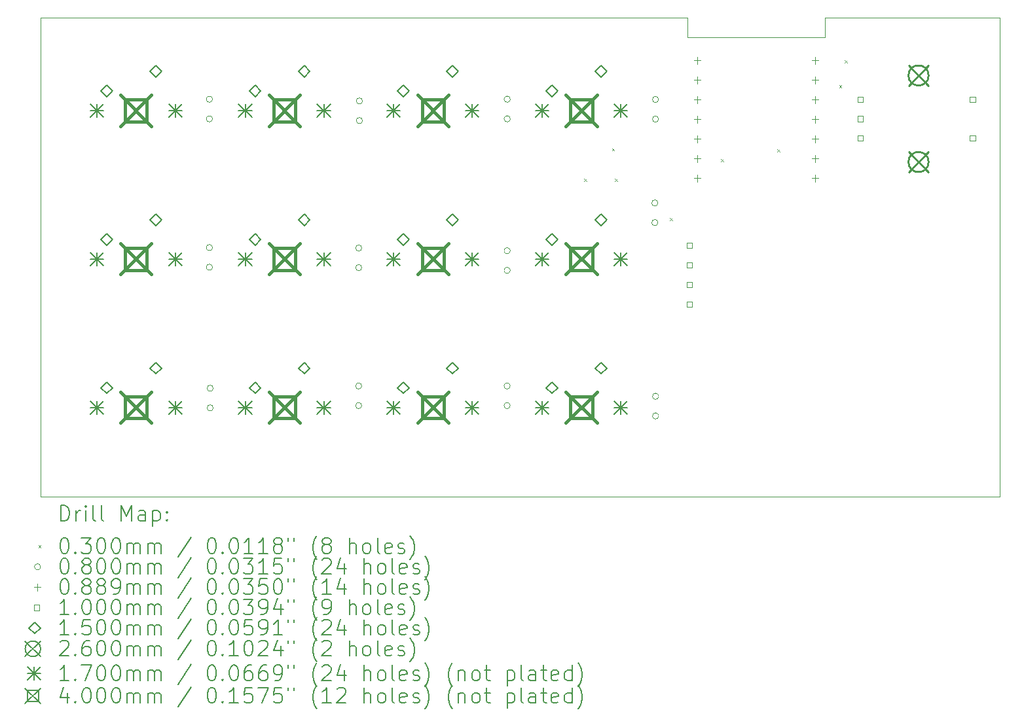
<source format=gbr>
%TF.GenerationSoftware,KiCad,Pcbnew,9.0.2*%
%TF.CreationDate,2025-07-04T04:15:59-07:00*%
%TF.ProjectId,HackPad_Dristi,4861636b-5061-4645-9f44-72697374692e,rev?*%
%TF.SameCoordinates,Original*%
%TF.FileFunction,Drillmap*%
%TF.FilePolarity,Positive*%
%FSLAX45Y45*%
G04 Gerber Fmt 4.5, Leading zero omitted, Abs format (unit mm)*
G04 Created by KiCad (PCBNEW 9.0.2) date 2025-07-04 04:15:59*
%MOMM*%
%LPD*%
G01*
G04 APERTURE LIST*
%ADD10C,0.050000*%
%ADD11C,0.200000*%
%ADD12C,0.100000*%
%ADD13C,0.150000*%
%ADD14C,0.260000*%
%ADD15C,0.170000*%
%ADD16C,0.400000*%
G04 APERTURE END LIST*
D10*
X17760000Y-5200000D02*
X17760000Y-5460000D01*
X21800000Y-5200000D02*
X21800000Y-11400000D01*
X19540000Y-5200000D02*
X21800000Y-5200000D01*
X17760000Y-5460000D02*
X19540000Y-5460000D01*
X9400000Y-11400000D02*
X9400000Y-5200000D01*
X19540000Y-5460000D02*
X19540000Y-5200000D01*
X21800000Y-11400000D02*
X9400000Y-11400000D01*
X9400000Y-5200000D02*
X17760000Y-5200000D01*
D11*
D12*
X16425000Y-7285000D02*
X16455000Y-7315000D01*
X16455000Y-7285000D02*
X16425000Y-7315000D01*
X16785000Y-6895000D02*
X16815000Y-6925000D01*
X16815000Y-6895000D02*
X16785000Y-6925000D01*
X16825000Y-7285000D02*
X16855000Y-7315000D01*
X16855000Y-7285000D02*
X16825000Y-7315000D01*
X17535000Y-7795000D02*
X17565000Y-7825000D01*
X17565000Y-7795000D02*
X17535000Y-7825000D01*
X18195000Y-7035000D02*
X18225000Y-7065000D01*
X18225000Y-7035000D02*
X18195000Y-7065000D01*
X18925000Y-6905000D02*
X18955000Y-6935000D01*
X18955000Y-6905000D02*
X18925000Y-6935000D01*
X19725000Y-6075000D02*
X19755000Y-6105000D01*
X19755000Y-6075000D02*
X19725000Y-6105000D01*
X19795000Y-5755000D02*
X19825000Y-5785000D01*
X19825000Y-5755000D02*
X19795000Y-5785000D01*
X11620000Y-6257431D02*
G75*
G02*
X11540000Y-6257431I-40000J0D01*
G01*
X11540000Y-6257431D02*
G75*
G02*
X11620000Y-6257431I40000J0D01*
G01*
X11620000Y-6511431D02*
G75*
G02*
X11540000Y-6511431I-40000J0D01*
G01*
X11540000Y-6511431D02*
G75*
G02*
X11620000Y-6511431I40000J0D01*
G01*
X11620000Y-8177431D02*
G75*
G02*
X11540000Y-8177431I-40000J0D01*
G01*
X11540000Y-8177431D02*
G75*
G02*
X11620000Y-8177431I40000J0D01*
G01*
X11620000Y-8431432D02*
G75*
G02*
X11540000Y-8431432I-40000J0D01*
G01*
X11540000Y-8431432D02*
G75*
G02*
X11620000Y-8431432I40000J0D01*
G01*
X11630000Y-9997432D02*
G75*
G02*
X11550000Y-9997432I-40000J0D01*
G01*
X11550000Y-9997432D02*
G75*
G02*
X11630000Y-9997432I40000J0D01*
G01*
X11630000Y-10251432D02*
G75*
G02*
X11550000Y-10251432I-40000J0D01*
G01*
X11550000Y-10251432D02*
G75*
G02*
X11630000Y-10251432I40000J0D01*
G01*
X13550000Y-8182431D02*
G75*
G02*
X13470000Y-8182431I-40000J0D01*
G01*
X13470000Y-8182431D02*
G75*
G02*
X13550000Y-8182431I40000J0D01*
G01*
X13550000Y-8436432D02*
G75*
G02*
X13470000Y-8436432I-40000J0D01*
G01*
X13470000Y-8436432D02*
G75*
G02*
X13550000Y-8436432I40000J0D01*
G01*
X13550000Y-9967432D02*
G75*
G02*
X13470000Y-9967432I-40000J0D01*
G01*
X13470000Y-9967432D02*
G75*
G02*
X13550000Y-9967432I40000J0D01*
G01*
X13550000Y-10221432D02*
G75*
G02*
X13470000Y-10221432I-40000J0D01*
G01*
X13470000Y-10221432D02*
G75*
G02*
X13550000Y-10221432I40000J0D01*
G01*
X13560000Y-6280000D02*
G75*
G02*
X13480000Y-6280000I-40000J0D01*
G01*
X13480000Y-6280000D02*
G75*
G02*
X13560000Y-6280000I40000J0D01*
G01*
X13560000Y-6534000D02*
G75*
G02*
X13480000Y-6534000I-40000J0D01*
G01*
X13480000Y-6534000D02*
G75*
G02*
X13560000Y-6534000I40000J0D01*
G01*
X15470000Y-8217431D02*
G75*
G02*
X15390000Y-8217431I-40000J0D01*
G01*
X15390000Y-8217431D02*
G75*
G02*
X15470000Y-8217431I40000J0D01*
G01*
X15470000Y-8471432D02*
G75*
G02*
X15390000Y-8471432I-40000J0D01*
G01*
X15390000Y-8471432D02*
G75*
G02*
X15470000Y-8471432I40000J0D01*
G01*
X15470000Y-9967432D02*
G75*
G02*
X15390000Y-9967432I-40000J0D01*
G01*
X15390000Y-9967432D02*
G75*
G02*
X15470000Y-9967432I40000J0D01*
G01*
X15470000Y-10221432D02*
G75*
G02*
X15390000Y-10221432I-40000J0D01*
G01*
X15390000Y-10221432D02*
G75*
G02*
X15470000Y-10221432I40000J0D01*
G01*
X15471000Y-6257431D02*
G75*
G02*
X15391000Y-6257431I-40000J0D01*
G01*
X15391000Y-6257431D02*
G75*
G02*
X15471000Y-6257431I40000J0D01*
G01*
X15471000Y-6511431D02*
G75*
G02*
X15391000Y-6511431I-40000J0D01*
G01*
X15391000Y-6511431D02*
G75*
G02*
X15471000Y-6511431I40000J0D01*
G01*
X17380000Y-7600000D02*
G75*
G02*
X17300000Y-7600000I-40000J0D01*
G01*
X17300000Y-7600000D02*
G75*
G02*
X17380000Y-7600000I40000J0D01*
G01*
X17380000Y-7854000D02*
G75*
G02*
X17300000Y-7854000I-40000J0D01*
G01*
X17300000Y-7854000D02*
G75*
G02*
X17380000Y-7854000I40000J0D01*
G01*
X17389000Y-6260000D02*
G75*
G02*
X17309000Y-6260000I-40000J0D01*
G01*
X17309000Y-6260000D02*
G75*
G02*
X17389000Y-6260000I40000J0D01*
G01*
X17389000Y-6514000D02*
G75*
G02*
X17309000Y-6514000I-40000J0D01*
G01*
X17309000Y-6514000D02*
G75*
G02*
X17389000Y-6514000I40000J0D01*
G01*
X17390000Y-10101432D02*
G75*
G02*
X17310000Y-10101432I-40000J0D01*
G01*
X17310000Y-10101432D02*
G75*
G02*
X17390000Y-10101432I40000J0D01*
G01*
X17390000Y-10355432D02*
G75*
G02*
X17310000Y-10355432I-40000J0D01*
G01*
X17310000Y-10355432D02*
G75*
G02*
X17390000Y-10355432I40000J0D01*
G01*
X17888000Y-5710400D02*
X17888000Y-5799300D01*
X17843550Y-5754850D02*
X17932450Y-5754850D01*
X17888000Y-5964400D02*
X17888000Y-6053300D01*
X17843550Y-6008850D02*
X17932450Y-6008850D01*
X17888000Y-6218400D02*
X17888000Y-6307300D01*
X17843550Y-6262850D02*
X17932450Y-6262850D01*
X17888000Y-6472400D02*
X17888000Y-6561300D01*
X17843550Y-6516850D02*
X17932450Y-6516850D01*
X17888000Y-6726400D02*
X17888000Y-6815300D01*
X17843550Y-6770850D02*
X17932450Y-6770850D01*
X17888000Y-6980400D02*
X17888000Y-7069300D01*
X17843550Y-7024850D02*
X17932450Y-7024850D01*
X17888000Y-7234400D02*
X17888000Y-7323300D01*
X17843550Y-7278850D02*
X17932450Y-7278850D01*
X19412000Y-5710400D02*
X19412000Y-5799300D01*
X19367550Y-5754850D02*
X19456450Y-5754850D01*
X19412000Y-5964400D02*
X19412000Y-6053300D01*
X19367550Y-6008850D02*
X19456450Y-6008850D01*
X19412000Y-6218400D02*
X19412000Y-6307300D01*
X19367550Y-6262850D02*
X19456450Y-6262850D01*
X19412000Y-6472400D02*
X19412000Y-6561300D01*
X19367550Y-6516850D02*
X19456450Y-6516850D01*
X19412000Y-6726400D02*
X19412000Y-6815300D01*
X19367550Y-6770850D02*
X19456450Y-6770850D01*
X19412000Y-6980400D02*
X19412000Y-7069300D01*
X19367550Y-7024850D02*
X19456450Y-7024850D01*
X19412000Y-7234400D02*
X19412000Y-7323300D01*
X19367550Y-7278850D02*
X19456450Y-7278850D01*
X17825356Y-8185356D02*
X17825356Y-8114644D01*
X17754644Y-8114644D01*
X17754644Y-8185356D01*
X17825356Y-8185356D01*
X17825356Y-8439356D02*
X17825356Y-8368644D01*
X17754644Y-8368644D01*
X17754644Y-8439356D01*
X17825356Y-8439356D01*
X17825356Y-8693356D02*
X17825356Y-8622644D01*
X17754644Y-8622644D01*
X17754644Y-8693356D01*
X17825356Y-8693356D01*
X17825356Y-8947356D02*
X17825356Y-8876644D01*
X17754644Y-8876644D01*
X17754644Y-8947356D01*
X17825356Y-8947356D01*
X20035356Y-6295356D02*
X20035356Y-6224644D01*
X19964644Y-6224644D01*
X19964644Y-6295356D01*
X20035356Y-6295356D01*
X20035356Y-6545356D02*
X20035356Y-6474644D01*
X19964644Y-6474644D01*
X19964644Y-6545356D01*
X20035356Y-6545356D01*
X20035356Y-6795356D02*
X20035356Y-6724644D01*
X19964644Y-6724644D01*
X19964644Y-6795356D01*
X20035356Y-6795356D01*
X21485356Y-6295356D02*
X21485356Y-6224644D01*
X21414644Y-6224644D01*
X21414644Y-6295356D01*
X21485356Y-6295356D01*
X21485356Y-6795356D02*
X21485356Y-6724644D01*
X21414644Y-6724644D01*
X21414644Y-6795356D01*
X21485356Y-6795356D01*
D13*
X10250000Y-6226000D02*
X10325000Y-6151000D01*
X10250000Y-6076000D01*
X10175000Y-6151000D01*
X10250000Y-6226000D01*
X10250000Y-8146000D02*
X10325000Y-8071000D01*
X10250000Y-7996000D01*
X10175000Y-8071000D01*
X10250000Y-8146000D01*
X10250000Y-10066000D02*
X10325000Y-9991000D01*
X10250000Y-9916000D01*
X10175000Y-9991000D01*
X10250000Y-10066000D01*
X10885000Y-5972000D02*
X10960000Y-5897000D01*
X10885000Y-5822000D01*
X10810000Y-5897000D01*
X10885000Y-5972000D01*
X10885000Y-7892000D02*
X10960000Y-7817000D01*
X10885000Y-7742000D01*
X10810000Y-7817000D01*
X10885000Y-7892000D01*
X10885000Y-9812000D02*
X10960000Y-9737000D01*
X10885000Y-9662000D01*
X10810000Y-9737000D01*
X10885000Y-9812000D01*
X12170000Y-6226000D02*
X12245000Y-6151000D01*
X12170000Y-6076000D01*
X12095000Y-6151000D01*
X12170000Y-6226000D01*
X12170000Y-8146000D02*
X12245000Y-8071000D01*
X12170000Y-7996000D01*
X12095000Y-8071000D01*
X12170000Y-8146000D01*
X12170000Y-10066000D02*
X12245000Y-9991000D01*
X12170000Y-9916000D01*
X12095000Y-9991000D01*
X12170000Y-10066000D01*
X12805000Y-5972000D02*
X12880000Y-5897000D01*
X12805000Y-5822000D01*
X12730000Y-5897000D01*
X12805000Y-5972000D01*
X12805000Y-7892000D02*
X12880000Y-7817000D01*
X12805000Y-7742000D01*
X12730000Y-7817000D01*
X12805000Y-7892000D01*
X12805000Y-9812000D02*
X12880000Y-9737000D01*
X12805000Y-9662000D01*
X12730000Y-9737000D01*
X12805000Y-9812000D01*
X14090000Y-6226000D02*
X14165000Y-6151000D01*
X14090000Y-6076000D01*
X14015000Y-6151000D01*
X14090000Y-6226000D01*
X14090000Y-8146000D02*
X14165000Y-8071000D01*
X14090000Y-7996000D01*
X14015000Y-8071000D01*
X14090000Y-8146000D01*
X14090000Y-10066000D02*
X14165000Y-9991000D01*
X14090000Y-9916000D01*
X14015000Y-9991000D01*
X14090000Y-10066000D01*
X14725000Y-5972000D02*
X14800000Y-5897000D01*
X14725000Y-5822000D01*
X14650000Y-5897000D01*
X14725000Y-5972000D01*
X14725000Y-7892000D02*
X14800000Y-7817000D01*
X14725000Y-7742000D01*
X14650000Y-7817000D01*
X14725000Y-7892000D01*
X14725000Y-9812000D02*
X14800000Y-9737000D01*
X14725000Y-9662000D01*
X14650000Y-9737000D01*
X14725000Y-9812000D01*
X16010000Y-6226000D02*
X16085000Y-6151000D01*
X16010000Y-6076000D01*
X15935000Y-6151000D01*
X16010000Y-6226000D01*
X16010000Y-8146000D02*
X16085000Y-8071000D01*
X16010000Y-7996000D01*
X15935000Y-8071000D01*
X16010000Y-8146000D01*
X16010000Y-10066000D02*
X16085000Y-9991000D01*
X16010000Y-9916000D01*
X15935000Y-9991000D01*
X16010000Y-10066000D01*
X16645000Y-5972000D02*
X16720000Y-5897000D01*
X16645000Y-5822000D01*
X16570000Y-5897000D01*
X16645000Y-5972000D01*
X16645000Y-7892000D02*
X16720000Y-7817000D01*
X16645000Y-7742000D01*
X16570000Y-7817000D01*
X16645000Y-7892000D01*
X16645000Y-9812000D02*
X16720000Y-9737000D01*
X16645000Y-9662000D01*
X16570000Y-9737000D01*
X16645000Y-9812000D01*
D14*
X20620000Y-5820000D02*
X20880000Y-6080000D01*
X20880000Y-5820000D02*
X20620000Y-6080000D01*
X20880000Y-5950000D02*
G75*
G02*
X20620000Y-5950000I-130000J0D01*
G01*
X20620000Y-5950000D02*
G75*
G02*
X20880000Y-5950000I130000J0D01*
G01*
X20620000Y-6940000D02*
X20880000Y-7200000D01*
X20880000Y-6940000D02*
X20620000Y-7200000D01*
X20880000Y-7070000D02*
G75*
G02*
X20620000Y-7070000I-130000J0D01*
G01*
X20620000Y-7070000D02*
G75*
G02*
X20880000Y-7070000I130000J0D01*
G01*
D15*
X10038000Y-6320000D02*
X10208000Y-6490000D01*
X10208000Y-6320000D02*
X10038000Y-6490000D01*
X10123000Y-6320000D02*
X10123000Y-6490000D01*
X10038000Y-6405000D02*
X10208000Y-6405000D01*
X10038000Y-8240000D02*
X10208000Y-8410000D01*
X10208000Y-8240000D02*
X10038000Y-8410000D01*
X10123000Y-8240000D02*
X10123000Y-8410000D01*
X10038000Y-8325000D02*
X10208000Y-8325000D01*
X10038000Y-10160000D02*
X10208000Y-10330000D01*
X10208000Y-10160000D02*
X10038000Y-10330000D01*
X10123000Y-10160000D02*
X10123000Y-10330000D01*
X10038000Y-10245000D02*
X10208000Y-10245000D01*
X11054000Y-6320000D02*
X11224000Y-6490000D01*
X11224000Y-6320000D02*
X11054000Y-6490000D01*
X11139000Y-6320000D02*
X11139000Y-6490000D01*
X11054000Y-6405000D02*
X11224000Y-6405000D01*
X11054000Y-8240000D02*
X11224000Y-8410000D01*
X11224000Y-8240000D02*
X11054000Y-8410000D01*
X11139000Y-8240000D02*
X11139000Y-8410000D01*
X11054000Y-8325000D02*
X11224000Y-8325000D01*
X11054000Y-10160000D02*
X11224000Y-10330000D01*
X11224000Y-10160000D02*
X11054000Y-10330000D01*
X11139000Y-10160000D02*
X11139000Y-10330000D01*
X11054000Y-10245000D02*
X11224000Y-10245000D01*
X11958000Y-6320000D02*
X12128000Y-6490000D01*
X12128000Y-6320000D02*
X11958000Y-6490000D01*
X12043000Y-6320000D02*
X12043000Y-6490000D01*
X11958000Y-6405000D02*
X12128000Y-6405000D01*
X11958000Y-8240000D02*
X12128000Y-8410000D01*
X12128000Y-8240000D02*
X11958000Y-8410000D01*
X12043000Y-8240000D02*
X12043000Y-8410000D01*
X11958000Y-8325000D02*
X12128000Y-8325000D01*
X11958000Y-10160000D02*
X12128000Y-10330000D01*
X12128000Y-10160000D02*
X11958000Y-10330000D01*
X12043000Y-10160000D02*
X12043000Y-10330000D01*
X11958000Y-10245000D02*
X12128000Y-10245000D01*
X12974000Y-6320000D02*
X13144000Y-6490000D01*
X13144000Y-6320000D02*
X12974000Y-6490000D01*
X13059000Y-6320000D02*
X13059000Y-6490000D01*
X12974000Y-6405000D02*
X13144000Y-6405000D01*
X12974000Y-8240000D02*
X13144000Y-8410000D01*
X13144000Y-8240000D02*
X12974000Y-8410000D01*
X13059000Y-8240000D02*
X13059000Y-8410000D01*
X12974000Y-8325000D02*
X13144000Y-8325000D01*
X12974000Y-10160000D02*
X13144000Y-10330000D01*
X13144000Y-10160000D02*
X12974000Y-10330000D01*
X13059000Y-10160000D02*
X13059000Y-10330000D01*
X12974000Y-10245000D02*
X13144000Y-10245000D01*
X13878000Y-6320000D02*
X14048000Y-6490000D01*
X14048000Y-6320000D02*
X13878000Y-6490000D01*
X13963000Y-6320000D02*
X13963000Y-6490000D01*
X13878000Y-6405000D02*
X14048000Y-6405000D01*
X13878000Y-8240000D02*
X14048000Y-8410000D01*
X14048000Y-8240000D02*
X13878000Y-8410000D01*
X13963000Y-8240000D02*
X13963000Y-8410000D01*
X13878000Y-8325000D02*
X14048000Y-8325000D01*
X13878000Y-10160000D02*
X14048000Y-10330000D01*
X14048000Y-10160000D02*
X13878000Y-10330000D01*
X13963000Y-10160000D02*
X13963000Y-10330000D01*
X13878000Y-10245000D02*
X14048000Y-10245000D01*
X14894000Y-6320000D02*
X15064000Y-6490000D01*
X15064000Y-6320000D02*
X14894000Y-6490000D01*
X14979000Y-6320000D02*
X14979000Y-6490000D01*
X14894000Y-6405000D02*
X15064000Y-6405000D01*
X14894000Y-8240000D02*
X15064000Y-8410000D01*
X15064000Y-8240000D02*
X14894000Y-8410000D01*
X14979000Y-8240000D02*
X14979000Y-8410000D01*
X14894000Y-8325000D02*
X15064000Y-8325000D01*
X14894000Y-10160000D02*
X15064000Y-10330000D01*
X15064000Y-10160000D02*
X14894000Y-10330000D01*
X14979000Y-10160000D02*
X14979000Y-10330000D01*
X14894000Y-10245000D02*
X15064000Y-10245000D01*
X15798000Y-6320000D02*
X15968000Y-6490000D01*
X15968000Y-6320000D02*
X15798000Y-6490000D01*
X15883000Y-6320000D02*
X15883000Y-6490000D01*
X15798000Y-6405000D02*
X15968000Y-6405000D01*
X15798000Y-8240000D02*
X15968000Y-8410000D01*
X15968000Y-8240000D02*
X15798000Y-8410000D01*
X15883000Y-8240000D02*
X15883000Y-8410000D01*
X15798000Y-8325000D02*
X15968000Y-8325000D01*
X15798000Y-10160000D02*
X15968000Y-10330000D01*
X15968000Y-10160000D02*
X15798000Y-10330000D01*
X15883000Y-10160000D02*
X15883000Y-10330000D01*
X15798000Y-10245000D02*
X15968000Y-10245000D01*
X16814000Y-6320000D02*
X16984000Y-6490000D01*
X16984000Y-6320000D02*
X16814000Y-6490000D01*
X16899000Y-6320000D02*
X16899000Y-6490000D01*
X16814000Y-6405000D02*
X16984000Y-6405000D01*
X16814000Y-8240000D02*
X16984000Y-8410000D01*
X16984000Y-8240000D02*
X16814000Y-8410000D01*
X16899000Y-8240000D02*
X16899000Y-8410000D01*
X16814000Y-8325000D02*
X16984000Y-8325000D01*
X16814000Y-10160000D02*
X16984000Y-10330000D01*
X16984000Y-10160000D02*
X16814000Y-10330000D01*
X16899000Y-10160000D02*
X16899000Y-10330000D01*
X16814000Y-10245000D02*
X16984000Y-10245000D01*
D16*
X10431000Y-6205000D02*
X10831000Y-6605000D01*
X10831000Y-6205000D02*
X10431000Y-6605000D01*
X10772423Y-6546423D02*
X10772423Y-6263577D01*
X10489577Y-6263577D01*
X10489577Y-6546423D01*
X10772423Y-6546423D01*
X10431000Y-8125000D02*
X10831000Y-8525000D01*
X10831000Y-8125000D02*
X10431000Y-8525000D01*
X10772423Y-8466423D02*
X10772423Y-8183577D01*
X10489577Y-8183577D01*
X10489577Y-8466423D01*
X10772423Y-8466423D01*
X10431000Y-10045000D02*
X10831000Y-10445000D01*
X10831000Y-10045000D02*
X10431000Y-10445000D01*
X10772423Y-10386423D02*
X10772423Y-10103577D01*
X10489577Y-10103577D01*
X10489577Y-10386423D01*
X10772423Y-10386423D01*
X12351000Y-6205000D02*
X12751000Y-6605000D01*
X12751000Y-6205000D02*
X12351000Y-6605000D01*
X12692423Y-6546423D02*
X12692423Y-6263577D01*
X12409577Y-6263577D01*
X12409577Y-6546423D01*
X12692423Y-6546423D01*
X12351000Y-8125000D02*
X12751000Y-8525000D01*
X12751000Y-8125000D02*
X12351000Y-8525000D01*
X12692423Y-8466423D02*
X12692423Y-8183577D01*
X12409577Y-8183577D01*
X12409577Y-8466423D01*
X12692423Y-8466423D01*
X12351000Y-10045000D02*
X12751000Y-10445000D01*
X12751000Y-10045000D02*
X12351000Y-10445000D01*
X12692423Y-10386423D02*
X12692423Y-10103577D01*
X12409577Y-10103577D01*
X12409577Y-10386423D01*
X12692423Y-10386423D01*
X14271000Y-6205000D02*
X14671000Y-6605000D01*
X14671000Y-6205000D02*
X14271000Y-6605000D01*
X14612423Y-6546423D02*
X14612423Y-6263577D01*
X14329577Y-6263577D01*
X14329577Y-6546423D01*
X14612423Y-6546423D01*
X14271000Y-8125000D02*
X14671000Y-8525000D01*
X14671000Y-8125000D02*
X14271000Y-8525000D01*
X14612423Y-8466423D02*
X14612423Y-8183577D01*
X14329577Y-8183577D01*
X14329577Y-8466423D01*
X14612423Y-8466423D01*
X14271000Y-10045000D02*
X14671000Y-10445000D01*
X14671000Y-10045000D02*
X14271000Y-10445000D01*
X14612423Y-10386423D02*
X14612423Y-10103577D01*
X14329577Y-10103577D01*
X14329577Y-10386423D01*
X14612423Y-10386423D01*
X16191000Y-6205000D02*
X16591000Y-6605000D01*
X16591000Y-6205000D02*
X16191000Y-6605000D01*
X16532423Y-6546423D02*
X16532423Y-6263577D01*
X16249577Y-6263577D01*
X16249577Y-6546423D01*
X16532423Y-6546423D01*
X16191000Y-8125000D02*
X16591000Y-8525000D01*
X16591000Y-8125000D02*
X16191000Y-8525000D01*
X16532423Y-8466423D02*
X16532423Y-8183577D01*
X16249577Y-8183577D01*
X16249577Y-8466423D01*
X16532423Y-8466423D01*
X16191000Y-10045000D02*
X16591000Y-10445000D01*
X16591000Y-10045000D02*
X16191000Y-10445000D01*
X16532423Y-10386423D02*
X16532423Y-10103577D01*
X16249577Y-10103577D01*
X16249577Y-10386423D01*
X16532423Y-10386423D01*
D11*
X9658277Y-11713984D02*
X9658277Y-11513984D01*
X9658277Y-11513984D02*
X9705896Y-11513984D01*
X9705896Y-11513984D02*
X9734467Y-11523508D01*
X9734467Y-11523508D02*
X9753515Y-11542555D01*
X9753515Y-11542555D02*
X9763039Y-11561603D01*
X9763039Y-11561603D02*
X9772563Y-11599698D01*
X9772563Y-11599698D02*
X9772563Y-11628269D01*
X9772563Y-11628269D02*
X9763039Y-11666365D01*
X9763039Y-11666365D02*
X9753515Y-11685412D01*
X9753515Y-11685412D02*
X9734467Y-11704460D01*
X9734467Y-11704460D02*
X9705896Y-11713984D01*
X9705896Y-11713984D02*
X9658277Y-11713984D01*
X9858277Y-11713984D02*
X9858277Y-11580650D01*
X9858277Y-11618746D02*
X9867801Y-11599698D01*
X9867801Y-11599698D02*
X9877324Y-11590174D01*
X9877324Y-11590174D02*
X9896372Y-11580650D01*
X9896372Y-11580650D02*
X9915420Y-11580650D01*
X9982086Y-11713984D02*
X9982086Y-11580650D01*
X9982086Y-11513984D02*
X9972563Y-11523508D01*
X9972563Y-11523508D02*
X9982086Y-11533031D01*
X9982086Y-11533031D02*
X9991610Y-11523508D01*
X9991610Y-11523508D02*
X9982086Y-11513984D01*
X9982086Y-11513984D02*
X9982086Y-11533031D01*
X10105896Y-11713984D02*
X10086848Y-11704460D01*
X10086848Y-11704460D02*
X10077324Y-11685412D01*
X10077324Y-11685412D02*
X10077324Y-11513984D01*
X10210658Y-11713984D02*
X10191610Y-11704460D01*
X10191610Y-11704460D02*
X10182086Y-11685412D01*
X10182086Y-11685412D02*
X10182086Y-11513984D01*
X10439229Y-11713984D02*
X10439229Y-11513984D01*
X10439229Y-11513984D02*
X10505896Y-11656841D01*
X10505896Y-11656841D02*
X10572563Y-11513984D01*
X10572563Y-11513984D02*
X10572563Y-11713984D01*
X10753515Y-11713984D02*
X10753515Y-11609222D01*
X10753515Y-11609222D02*
X10743991Y-11590174D01*
X10743991Y-11590174D02*
X10724944Y-11580650D01*
X10724944Y-11580650D02*
X10686848Y-11580650D01*
X10686848Y-11580650D02*
X10667801Y-11590174D01*
X10753515Y-11704460D02*
X10734467Y-11713984D01*
X10734467Y-11713984D02*
X10686848Y-11713984D01*
X10686848Y-11713984D02*
X10667801Y-11704460D01*
X10667801Y-11704460D02*
X10658277Y-11685412D01*
X10658277Y-11685412D02*
X10658277Y-11666365D01*
X10658277Y-11666365D02*
X10667801Y-11647317D01*
X10667801Y-11647317D02*
X10686848Y-11637793D01*
X10686848Y-11637793D02*
X10734467Y-11637793D01*
X10734467Y-11637793D02*
X10753515Y-11628269D01*
X10848753Y-11580650D02*
X10848753Y-11780650D01*
X10848753Y-11590174D02*
X10867801Y-11580650D01*
X10867801Y-11580650D02*
X10905896Y-11580650D01*
X10905896Y-11580650D02*
X10924944Y-11590174D01*
X10924944Y-11590174D02*
X10934467Y-11599698D01*
X10934467Y-11599698D02*
X10943991Y-11618746D01*
X10943991Y-11618746D02*
X10943991Y-11675888D01*
X10943991Y-11675888D02*
X10934467Y-11694936D01*
X10934467Y-11694936D02*
X10924944Y-11704460D01*
X10924944Y-11704460D02*
X10905896Y-11713984D01*
X10905896Y-11713984D02*
X10867801Y-11713984D01*
X10867801Y-11713984D02*
X10848753Y-11704460D01*
X11029705Y-11694936D02*
X11039229Y-11704460D01*
X11039229Y-11704460D02*
X11029705Y-11713984D01*
X11029705Y-11713984D02*
X11020182Y-11704460D01*
X11020182Y-11704460D02*
X11029705Y-11694936D01*
X11029705Y-11694936D02*
X11029705Y-11713984D01*
X11029705Y-11590174D02*
X11039229Y-11599698D01*
X11039229Y-11599698D02*
X11029705Y-11609222D01*
X11029705Y-11609222D02*
X11020182Y-11599698D01*
X11020182Y-11599698D02*
X11029705Y-11590174D01*
X11029705Y-11590174D02*
X11029705Y-11609222D01*
D12*
X9367500Y-12027500D02*
X9397500Y-12057500D01*
X9397500Y-12027500D02*
X9367500Y-12057500D01*
D11*
X9696372Y-11933984D02*
X9715420Y-11933984D01*
X9715420Y-11933984D02*
X9734467Y-11943508D01*
X9734467Y-11943508D02*
X9743991Y-11953031D01*
X9743991Y-11953031D02*
X9753515Y-11972079D01*
X9753515Y-11972079D02*
X9763039Y-12010174D01*
X9763039Y-12010174D02*
X9763039Y-12057793D01*
X9763039Y-12057793D02*
X9753515Y-12095888D01*
X9753515Y-12095888D02*
X9743991Y-12114936D01*
X9743991Y-12114936D02*
X9734467Y-12124460D01*
X9734467Y-12124460D02*
X9715420Y-12133984D01*
X9715420Y-12133984D02*
X9696372Y-12133984D01*
X9696372Y-12133984D02*
X9677324Y-12124460D01*
X9677324Y-12124460D02*
X9667801Y-12114936D01*
X9667801Y-12114936D02*
X9658277Y-12095888D01*
X9658277Y-12095888D02*
X9648753Y-12057793D01*
X9648753Y-12057793D02*
X9648753Y-12010174D01*
X9648753Y-12010174D02*
X9658277Y-11972079D01*
X9658277Y-11972079D02*
X9667801Y-11953031D01*
X9667801Y-11953031D02*
X9677324Y-11943508D01*
X9677324Y-11943508D02*
X9696372Y-11933984D01*
X9848753Y-12114936D02*
X9858277Y-12124460D01*
X9858277Y-12124460D02*
X9848753Y-12133984D01*
X9848753Y-12133984D02*
X9839229Y-12124460D01*
X9839229Y-12124460D02*
X9848753Y-12114936D01*
X9848753Y-12114936D02*
X9848753Y-12133984D01*
X9924944Y-11933984D02*
X10048753Y-11933984D01*
X10048753Y-11933984D02*
X9982086Y-12010174D01*
X9982086Y-12010174D02*
X10010658Y-12010174D01*
X10010658Y-12010174D02*
X10029705Y-12019698D01*
X10029705Y-12019698D02*
X10039229Y-12029222D01*
X10039229Y-12029222D02*
X10048753Y-12048269D01*
X10048753Y-12048269D02*
X10048753Y-12095888D01*
X10048753Y-12095888D02*
X10039229Y-12114936D01*
X10039229Y-12114936D02*
X10029705Y-12124460D01*
X10029705Y-12124460D02*
X10010658Y-12133984D01*
X10010658Y-12133984D02*
X9953515Y-12133984D01*
X9953515Y-12133984D02*
X9934467Y-12124460D01*
X9934467Y-12124460D02*
X9924944Y-12114936D01*
X10172563Y-11933984D02*
X10191610Y-11933984D01*
X10191610Y-11933984D02*
X10210658Y-11943508D01*
X10210658Y-11943508D02*
X10220182Y-11953031D01*
X10220182Y-11953031D02*
X10229705Y-11972079D01*
X10229705Y-11972079D02*
X10239229Y-12010174D01*
X10239229Y-12010174D02*
X10239229Y-12057793D01*
X10239229Y-12057793D02*
X10229705Y-12095888D01*
X10229705Y-12095888D02*
X10220182Y-12114936D01*
X10220182Y-12114936D02*
X10210658Y-12124460D01*
X10210658Y-12124460D02*
X10191610Y-12133984D01*
X10191610Y-12133984D02*
X10172563Y-12133984D01*
X10172563Y-12133984D02*
X10153515Y-12124460D01*
X10153515Y-12124460D02*
X10143991Y-12114936D01*
X10143991Y-12114936D02*
X10134467Y-12095888D01*
X10134467Y-12095888D02*
X10124944Y-12057793D01*
X10124944Y-12057793D02*
X10124944Y-12010174D01*
X10124944Y-12010174D02*
X10134467Y-11972079D01*
X10134467Y-11972079D02*
X10143991Y-11953031D01*
X10143991Y-11953031D02*
X10153515Y-11943508D01*
X10153515Y-11943508D02*
X10172563Y-11933984D01*
X10363039Y-11933984D02*
X10382086Y-11933984D01*
X10382086Y-11933984D02*
X10401134Y-11943508D01*
X10401134Y-11943508D02*
X10410658Y-11953031D01*
X10410658Y-11953031D02*
X10420182Y-11972079D01*
X10420182Y-11972079D02*
X10429705Y-12010174D01*
X10429705Y-12010174D02*
X10429705Y-12057793D01*
X10429705Y-12057793D02*
X10420182Y-12095888D01*
X10420182Y-12095888D02*
X10410658Y-12114936D01*
X10410658Y-12114936D02*
X10401134Y-12124460D01*
X10401134Y-12124460D02*
X10382086Y-12133984D01*
X10382086Y-12133984D02*
X10363039Y-12133984D01*
X10363039Y-12133984D02*
X10343991Y-12124460D01*
X10343991Y-12124460D02*
X10334467Y-12114936D01*
X10334467Y-12114936D02*
X10324944Y-12095888D01*
X10324944Y-12095888D02*
X10315420Y-12057793D01*
X10315420Y-12057793D02*
X10315420Y-12010174D01*
X10315420Y-12010174D02*
X10324944Y-11972079D01*
X10324944Y-11972079D02*
X10334467Y-11953031D01*
X10334467Y-11953031D02*
X10343991Y-11943508D01*
X10343991Y-11943508D02*
X10363039Y-11933984D01*
X10515420Y-12133984D02*
X10515420Y-12000650D01*
X10515420Y-12019698D02*
X10524944Y-12010174D01*
X10524944Y-12010174D02*
X10543991Y-12000650D01*
X10543991Y-12000650D02*
X10572563Y-12000650D01*
X10572563Y-12000650D02*
X10591610Y-12010174D01*
X10591610Y-12010174D02*
X10601134Y-12029222D01*
X10601134Y-12029222D02*
X10601134Y-12133984D01*
X10601134Y-12029222D02*
X10610658Y-12010174D01*
X10610658Y-12010174D02*
X10629705Y-12000650D01*
X10629705Y-12000650D02*
X10658277Y-12000650D01*
X10658277Y-12000650D02*
X10677325Y-12010174D01*
X10677325Y-12010174D02*
X10686848Y-12029222D01*
X10686848Y-12029222D02*
X10686848Y-12133984D01*
X10782086Y-12133984D02*
X10782086Y-12000650D01*
X10782086Y-12019698D02*
X10791610Y-12010174D01*
X10791610Y-12010174D02*
X10810658Y-12000650D01*
X10810658Y-12000650D02*
X10839229Y-12000650D01*
X10839229Y-12000650D02*
X10858277Y-12010174D01*
X10858277Y-12010174D02*
X10867801Y-12029222D01*
X10867801Y-12029222D02*
X10867801Y-12133984D01*
X10867801Y-12029222D02*
X10877325Y-12010174D01*
X10877325Y-12010174D02*
X10896372Y-12000650D01*
X10896372Y-12000650D02*
X10924944Y-12000650D01*
X10924944Y-12000650D02*
X10943991Y-12010174D01*
X10943991Y-12010174D02*
X10953515Y-12029222D01*
X10953515Y-12029222D02*
X10953515Y-12133984D01*
X11343991Y-11924460D02*
X11172563Y-12181603D01*
X11601134Y-11933984D02*
X11620182Y-11933984D01*
X11620182Y-11933984D02*
X11639229Y-11943508D01*
X11639229Y-11943508D02*
X11648753Y-11953031D01*
X11648753Y-11953031D02*
X11658277Y-11972079D01*
X11658277Y-11972079D02*
X11667801Y-12010174D01*
X11667801Y-12010174D02*
X11667801Y-12057793D01*
X11667801Y-12057793D02*
X11658277Y-12095888D01*
X11658277Y-12095888D02*
X11648753Y-12114936D01*
X11648753Y-12114936D02*
X11639229Y-12124460D01*
X11639229Y-12124460D02*
X11620182Y-12133984D01*
X11620182Y-12133984D02*
X11601134Y-12133984D01*
X11601134Y-12133984D02*
X11582086Y-12124460D01*
X11582086Y-12124460D02*
X11572563Y-12114936D01*
X11572563Y-12114936D02*
X11563039Y-12095888D01*
X11563039Y-12095888D02*
X11553515Y-12057793D01*
X11553515Y-12057793D02*
X11553515Y-12010174D01*
X11553515Y-12010174D02*
X11563039Y-11972079D01*
X11563039Y-11972079D02*
X11572563Y-11953031D01*
X11572563Y-11953031D02*
X11582086Y-11943508D01*
X11582086Y-11943508D02*
X11601134Y-11933984D01*
X11753515Y-12114936D02*
X11763039Y-12124460D01*
X11763039Y-12124460D02*
X11753515Y-12133984D01*
X11753515Y-12133984D02*
X11743991Y-12124460D01*
X11743991Y-12124460D02*
X11753515Y-12114936D01*
X11753515Y-12114936D02*
X11753515Y-12133984D01*
X11886848Y-11933984D02*
X11905896Y-11933984D01*
X11905896Y-11933984D02*
X11924944Y-11943508D01*
X11924944Y-11943508D02*
X11934467Y-11953031D01*
X11934467Y-11953031D02*
X11943991Y-11972079D01*
X11943991Y-11972079D02*
X11953515Y-12010174D01*
X11953515Y-12010174D02*
X11953515Y-12057793D01*
X11953515Y-12057793D02*
X11943991Y-12095888D01*
X11943991Y-12095888D02*
X11934467Y-12114936D01*
X11934467Y-12114936D02*
X11924944Y-12124460D01*
X11924944Y-12124460D02*
X11905896Y-12133984D01*
X11905896Y-12133984D02*
X11886848Y-12133984D01*
X11886848Y-12133984D02*
X11867801Y-12124460D01*
X11867801Y-12124460D02*
X11858277Y-12114936D01*
X11858277Y-12114936D02*
X11848753Y-12095888D01*
X11848753Y-12095888D02*
X11839229Y-12057793D01*
X11839229Y-12057793D02*
X11839229Y-12010174D01*
X11839229Y-12010174D02*
X11848753Y-11972079D01*
X11848753Y-11972079D02*
X11858277Y-11953031D01*
X11858277Y-11953031D02*
X11867801Y-11943508D01*
X11867801Y-11943508D02*
X11886848Y-11933984D01*
X12143991Y-12133984D02*
X12029706Y-12133984D01*
X12086848Y-12133984D02*
X12086848Y-11933984D01*
X12086848Y-11933984D02*
X12067801Y-11962555D01*
X12067801Y-11962555D02*
X12048753Y-11981603D01*
X12048753Y-11981603D02*
X12029706Y-11991127D01*
X12334467Y-12133984D02*
X12220182Y-12133984D01*
X12277325Y-12133984D02*
X12277325Y-11933984D01*
X12277325Y-11933984D02*
X12258277Y-11962555D01*
X12258277Y-11962555D02*
X12239229Y-11981603D01*
X12239229Y-11981603D02*
X12220182Y-11991127D01*
X12448753Y-12019698D02*
X12429706Y-12010174D01*
X12429706Y-12010174D02*
X12420182Y-12000650D01*
X12420182Y-12000650D02*
X12410658Y-11981603D01*
X12410658Y-11981603D02*
X12410658Y-11972079D01*
X12410658Y-11972079D02*
X12420182Y-11953031D01*
X12420182Y-11953031D02*
X12429706Y-11943508D01*
X12429706Y-11943508D02*
X12448753Y-11933984D01*
X12448753Y-11933984D02*
X12486848Y-11933984D01*
X12486848Y-11933984D02*
X12505896Y-11943508D01*
X12505896Y-11943508D02*
X12515420Y-11953031D01*
X12515420Y-11953031D02*
X12524944Y-11972079D01*
X12524944Y-11972079D02*
X12524944Y-11981603D01*
X12524944Y-11981603D02*
X12515420Y-12000650D01*
X12515420Y-12000650D02*
X12505896Y-12010174D01*
X12505896Y-12010174D02*
X12486848Y-12019698D01*
X12486848Y-12019698D02*
X12448753Y-12019698D01*
X12448753Y-12019698D02*
X12429706Y-12029222D01*
X12429706Y-12029222D02*
X12420182Y-12038746D01*
X12420182Y-12038746D02*
X12410658Y-12057793D01*
X12410658Y-12057793D02*
X12410658Y-12095888D01*
X12410658Y-12095888D02*
X12420182Y-12114936D01*
X12420182Y-12114936D02*
X12429706Y-12124460D01*
X12429706Y-12124460D02*
X12448753Y-12133984D01*
X12448753Y-12133984D02*
X12486848Y-12133984D01*
X12486848Y-12133984D02*
X12505896Y-12124460D01*
X12505896Y-12124460D02*
X12515420Y-12114936D01*
X12515420Y-12114936D02*
X12524944Y-12095888D01*
X12524944Y-12095888D02*
X12524944Y-12057793D01*
X12524944Y-12057793D02*
X12515420Y-12038746D01*
X12515420Y-12038746D02*
X12505896Y-12029222D01*
X12505896Y-12029222D02*
X12486848Y-12019698D01*
X12601134Y-11933984D02*
X12601134Y-11972079D01*
X12677325Y-11933984D02*
X12677325Y-11972079D01*
X12972563Y-12210174D02*
X12963039Y-12200650D01*
X12963039Y-12200650D02*
X12943991Y-12172079D01*
X12943991Y-12172079D02*
X12934468Y-12153031D01*
X12934468Y-12153031D02*
X12924944Y-12124460D01*
X12924944Y-12124460D02*
X12915420Y-12076841D01*
X12915420Y-12076841D02*
X12915420Y-12038746D01*
X12915420Y-12038746D02*
X12924944Y-11991127D01*
X12924944Y-11991127D02*
X12934468Y-11962555D01*
X12934468Y-11962555D02*
X12943991Y-11943508D01*
X12943991Y-11943508D02*
X12963039Y-11914936D01*
X12963039Y-11914936D02*
X12972563Y-11905412D01*
X13077325Y-12019698D02*
X13058277Y-12010174D01*
X13058277Y-12010174D02*
X13048753Y-12000650D01*
X13048753Y-12000650D02*
X13039229Y-11981603D01*
X13039229Y-11981603D02*
X13039229Y-11972079D01*
X13039229Y-11972079D02*
X13048753Y-11953031D01*
X13048753Y-11953031D02*
X13058277Y-11943508D01*
X13058277Y-11943508D02*
X13077325Y-11933984D01*
X13077325Y-11933984D02*
X13115420Y-11933984D01*
X13115420Y-11933984D02*
X13134468Y-11943508D01*
X13134468Y-11943508D02*
X13143991Y-11953031D01*
X13143991Y-11953031D02*
X13153515Y-11972079D01*
X13153515Y-11972079D02*
X13153515Y-11981603D01*
X13153515Y-11981603D02*
X13143991Y-12000650D01*
X13143991Y-12000650D02*
X13134468Y-12010174D01*
X13134468Y-12010174D02*
X13115420Y-12019698D01*
X13115420Y-12019698D02*
X13077325Y-12019698D01*
X13077325Y-12019698D02*
X13058277Y-12029222D01*
X13058277Y-12029222D02*
X13048753Y-12038746D01*
X13048753Y-12038746D02*
X13039229Y-12057793D01*
X13039229Y-12057793D02*
X13039229Y-12095888D01*
X13039229Y-12095888D02*
X13048753Y-12114936D01*
X13048753Y-12114936D02*
X13058277Y-12124460D01*
X13058277Y-12124460D02*
X13077325Y-12133984D01*
X13077325Y-12133984D02*
X13115420Y-12133984D01*
X13115420Y-12133984D02*
X13134468Y-12124460D01*
X13134468Y-12124460D02*
X13143991Y-12114936D01*
X13143991Y-12114936D02*
X13153515Y-12095888D01*
X13153515Y-12095888D02*
X13153515Y-12057793D01*
X13153515Y-12057793D02*
X13143991Y-12038746D01*
X13143991Y-12038746D02*
X13134468Y-12029222D01*
X13134468Y-12029222D02*
X13115420Y-12019698D01*
X13391610Y-12133984D02*
X13391610Y-11933984D01*
X13477325Y-12133984D02*
X13477325Y-12029222D01*
X13477325Y-12029222D02*
X13467801Y-12010174D01*
X13467801Y-12010174D02*
X13448753Y-12000650D01*
X13448753Y-12000650D02*
X13420182Y-12000650D01*
X13420182Y-12000650D02*
X13401134Y-12010174D01*
X13401134Y-12010174D02*
X13391610Y-12019698D01*
X13601134Y-12133984D02*
X13582087Y-12124460D01*
X13582087Y-12124460D02*
X13572563Y-12114936D01*
X13572563Y-12114936D02*
X13563039Y-12095888D01*
X13563039Y-12095888D02*
X13563039Y-12038746D01*
X13563039Y-12038746D02*
X13572563Y-12019698D01*
X13572563Y-12019698D02*
X13582087Y-12010174D01*
X13582087Y-12010174D02*
X13601134Y-12000650D01*
X13601134Y-12000650D02*
X13629706Y-12000650D01*
X13629706Y-12000650D02*
X13648753Y-12010174D01*
X13648753Y-12010174D02*
X13658277Y-12019698D01*
X13658277Y-12019698D02*
X13667801Y-12038746D01*
X13667801Y-12038746D02*
X13667801Y-12095888D01*
X13667801Y-12095888D02*
X13658277Y-12114936D01*
X13658277Y-12114936D02*
X13648753Y-12124460D01*
X13648753Y-12124460D02*
X13629706Y-12133984D01*
X13629706Y-12133984D02*
X13601134Y-12133984D01*
X13782087Y-12133984D02*
X13763039Y-12124460D01*
X13763039Y-12124460D02*
X13753515Y-12105412D01*
X13753515Y-12105412D02*
X13753515Y-11933984D01*
X13934468Y-12124460D02*
X13915420Y-12133984D01*
X13915420Y-12133984D02*
X13877325Y-12133984D01*
X13877325Y-12133984D02*
X13858277Y-12124460D01*
X13858277Y-12124460D02*
X13848753Y-12105412D01*
X13848753Y-12105412D02*
X13848753Y-12029222D01*
X13848753Y-12029222D02*
X13858277Y-12010174D01*
X13858277Y-12010174D02*
X13877325Y-12000650D01*
X13877325Y-12000650D02*
X13915420Y-12000650D01*
X13915420Y-12000650D02*
X13934468Y-12010174D01*
X13934468Y-12010174D02*
X13943991Y-12029222D01*
X13943991Y-12029222D02*
X13943991Y-12048269D01*
X13943991Y-12048269D02*
X13848753Y-12067317D01*
X14020182Y-12124460D02*
X14039230Y-12133984D01*
X14039230Y-12133984D02*
X14077325Y-12133984D01*
X14077325Y-12133984D02*
X14096372Y-12124460D01*
X14096372Y-12124460D02*
X14105896Y-12105412D01*
X14105896Y-12105412D02*
X14105896Y-12095888D01*
X14105896Y-12095888D02*
X14096372Y-12076841D01*
X14096372Y-12076841D02*
X14077325Y-12067317D01*
X14077325Y-12067317D02*
X14048753Y-12067317D01*
X14048753Y-12067317D02*
X14029706Y-12057793D01*
X14029706Y-12057793D02*
X14020182Y-12038746D01*
X14020182Y-12038746D02*
X14020182Y-12029222D01*
X14020182Y-12029222D02*
X14029706Y-12010174D01*
X14029706Y-12010174D02*
X14048753Y-12000650D01*
X14048753Y-12000650D02*
X14077325Y-12000650D01*
X14077325Y-12000650D02*
X14096372Y-12010174D01*
X14172563Y-12210174D02*
X14182087Y-12200650D01*
X14182087Y-12200650D02*
X14201134Y-12172079D01*
X14201134Y-12172079D02*
X14210658Y-12153031D01*
X14210658Y-12153031D02*
X14220182Y-12124460D01*
X14220182Y-12124460D02*
X14229706Y-12076841D01*
X14229706Y-12076841D02*
X14229706Y-12038746D01*
X14229706Y-12038746D02*
X14220182Y-11991127D01*
X14220182Y-11991127D02*
X14210658Y-11962555D01*
X14210658Y-11962555D02*
X14201134Y-11943508D01*
X14201134Y-11943508D02*
X14182087Y-11914936D01*
X14182087Y-11914936D02*
X14172563Y-11905412D01*
D12*
X9397500Y-12306500D02*
G75*
G02*
X9317500Y-12306500I-40000J0D01*
G01*
X9317500Y-12306500D02*
G75*
G02*
X9397500Y-12306500I40000J0D01*
G01*
D11*
X9696372Y-12197984D02*
X9715420Y-12197984D01*
X9715420Y-12197984D02*
X9734467Y-12207508D01*
X9734467Y-12207508D02*
X9743991Y-12217031D01*
X9743991Y-12217031D02*
X9753515Y-12236079D01*
X9753515Y-12236079D02*
X9763039Y-12274174D01*
X9763039Y-12274174D02*
X9763039Y-12321793D01*
X9763039Y-12321793D02*
X9753515Y-12359888D01*
X9753515Y-12359888D02*
X9743991Y-12378936D01*
X9743991Y-12378936D02*
X9734467Y-12388460D01*
X9734467Y-12388460D02*
X9715420Y-12397984D01*
X9715420Y-12397984D02*
X9696372Y-12397984D01*
X9696372Y-12397984D02*
X9677324Y-12388460D01*
X9677324Y-12388460D02*
X9667801Y-12378936D01*
X9667801Y-12378936D02*
X9658277Y-12359888D01*
X9658277Y-12359888D02*
X9648753Y-12321793D01*
X9648753Y-12321793D02*
X9648753Y-12274174D01*
X9648753Y-12274174D02*
X9658277Y-12236079D01*
X9658277Y-12236079D02*
X9667801Y-12217031D01*
X9667801Y-12217031D02*
X9677324Y-12207508D01*
X9677324Y-12207508D02*
X9696372Y-12197984D01*
X9848753Y-12378936D02*
X9858277Y-12388460D01*
X9858277Y-12388460D02*
X9848753Y-12397984D01*
X9848753Y-12397984D02*
X9839229Y-12388460D01*
X9839229Y-12388460D02*
X9848753Y-12378936D01*
X9848753Y-12378936D02*
X9848753Y-12397984D01*
X9972563Y-12283698D02*
X9953515Y-12274174D01*
X9953515Y-12274174D02*
X9943991Y-12264650D01*
X9943991Y-12264650D02*
X9934467Y-12245603D01*
X9934467Y-12245603D02*
X9934467Y-12236079D01*
X9934467Y-12236079D02*
X9943991Y-12217031D01*
X9943991Y-12217031D02*
X9953515Y-12207508D01*
X9953515Y-12207508D02*
X9972563Y-12197984D01*
X9972563Y-12197984D02*
X10010658Y-12197984D01*
X10010658Y-12197984D02*
X10029705Y-12207508D01*
X10029705Y-12207508D02*
X10039229Y-12217031D01*
X10039229Y-12217031D02*
X10048753Y-12236079D01*
X10048753Y-12236079D02*
X10048753Y-12245603D01*
X10048753Y-12245603D02*
X10039229Y-12264650D01*
X10039229Y-12264650D02*
X10029705Y-12274174D01*
X10029705Y-12274174D02*
X10010658Y-12283698D01*
X10010658Y-12283698D02*
X9972563Y-12283698D01*
X9972563Y-12283698D02*
X9953515Y-12293222D01*
X9953515Y-12293222D02*
X9943991Y-12302746D01*
X9943991Y-12302746D02*
X9934467Y-12321793D01*
X9934467Y-12321793D02*
X9934467Y-12359888D01*
X9934467Y-12359888D02*
X9943991Y-12378936D01*
X9943991Y-12378936D02*
X9953515Y-12388460D01*
X9953515Y-12388460D02*
X9972563Y-12397984D01*
X9972563Y-12397984D02*
X10010658Y-12397984D01*
X10010658Y-12397984D02*
X10029705Y-12388460D01*
X10029705Y-12388460D02*
X10039229Y-12378936D01*
X10039229Y-12378936D02*
X10048753Y-12359888D01*
X10048753Y-12359888D02*
X10048753Y-12321793D01*
X10048753Y-12321793D02*
X10039229Y-12302746D01*
X10039229Y-12302746D02*
X10029705Y-12293222D01*
X10029705Y-12293222D02*
X10010658Y-12283698D01*
X10172563Y-12197984D02*
X10191610Y-12197984D01*
X10191610Y-12197984D02*
X10210658Y-12207508D01*
X10210658Y-12207508D02*
X10220182Y-12217031D01*
X10220182Y-12217031D02*
X10229705Y-12236079D01*
X10229705Y-12236079D02*
X10239229Y-12274174D01*
X10239229Y-12274174D02*
X10239229Y-12321793D01*
X10239229Y-12321793D02*
X10229705Y-12359888D01*
X10229705Y-12359888D02*
X10220182Y-12378936D01*
X10220182Y-12378936D02*
X10210658Y-12388460D01*
X10210658Y-12388460D02*
X10191610Y-12397984D01*
X10191610Y-12397984D02*
X10172563Y-12397984D01*
X10172563Y-12397984D02*
X10153515Y-12388460D01*
X10153515Y-12388460D02*
X10143991Y-12378936D01*
X10143991Y-12378936D02*
X10134467Y-12359888D01*
X10134467Y-12359888D02*
X10124944Y-12321793D01*
X10124944Y-12321793D02*
X10124944Y-12274174D01*
X10124944Y-12274174D02*
X10134467Y-12236079D01*
X10134467Y-12236079D02*
X10143991Y-12217031D01*
X10143991Y-12217031D02*
X10153515Y-12207508D01*
X10153515Y-12207508D02*
X10172563Y-12197984D01*
X10363039Y-12197984D02*
X10382086Y-12197984D01*
X10382086Y-12197984D02*
X10401134Y-12207508D01*
X10401134Y-12207508D02*
X10410658Y-12217031D01*
X10410658Y-12217031D02*
X10420182Y-12236079D01*
X10420182Y-12236079D02*
X10429705Y-12274174D01*
X10429705Y-12274174D02*
X10429705Y-12321793D01*
X10429705Y-12321793D02*
X10420182Y-12359888D01*
X10420182Y-12359888D02*
X10410658Y-12378936D01*
X10410658Y-12378936D02*
X10401134Y-12388460D01*
X10401134Y-12388460D02*
X10382086Y-12397984D01*
X10382086Y-12397984D02*
X10363039Y-12397984D01*
X10363039Y-12397984D02*
X10343991Y-12388460D01*
X10343991Y-12388460D02*
X10334467Y-12378936D01*
X10334467Y-12378936D02*
X10324944Y-12359888D01*
X10324944Y-12359888D02*
X10315420Y-12321793D01*
X10315420Y-12321793D02*
X10315420Y-12274174D01*
X10315420Y-12274174D02*
X10324944Y-12236079D01*
X10324944Y-12236079D02*
X10334467Y-12217031D01*
X10334467Y-12217031D02*
X10343991Y-12207508D01*
X10343991Y-12207508D02*
X10363039Y-12197984D01*
X10515420Y-12397984D02*
X10515420Y-12264650D01*
X10515420Y-12283698D02*
X10524944Y-12274174D01*
X10524944Y-12274174D02*
X10543991Y-12264650D01*
X10543991Y-12264650D02*
X10572563Y-12264650D01*
X10572563Y-12264650D02*
X10591610Y-12274174D01*
X10591610Y-12274174D02*
X10601134Y-12293222D01*
X10601134Y-12293222D02*
X10601134Y-12397984D01*
X10601134Y-12293222D02*
X10610658Y-12274174D01*
X10610658Y-12274174D02*
X10629705Y-12264650D01*
X10629705Y-12264650D02*
X10658277Y-12264650D01*
X10658277Y-12264650D02*
X10677325Y-12274174D01*
X10677325Y-12274174D02*
X10686848Y-12293222D01*
X10686848Y-12293222D02*
X10686848Y-12397984D01*
X10782086Y-12397984D02*
X10782086Y-12264650D01*
X10782086Y-12283698D02*
X10791610Y-12274174D01*
X10791610Y-12274174D02*
X10810658Y-12264650D01*
X10810658Y-12264650D02*
X10839229Y-12264650D01*
X10839229Y-12264650D02*
X10858277Y-12274174D01*
X10858277Y-12274174D02*
X10867801Y-12293222D01*
X10867801Y-12293222D02*
X10867801Y-12397984D01*
X10867801Y-12293222D02*
X10877325Y-12274174D01*
X10877325Y-12274174D02*
X10896372Y-12264650D01*
X10896372Y-12264650D02*
X10924944Y-12264650D01*
X10924944Y-12264650D02*
X10943991Y-12274174D01*
X10943991Y-12274174D02*
X10953515Y-12293222D01*
X10953515Y-12293222D02*
X10953515Y-12397984D01*
X11343991Y-12188460D02*
X11172563Y-12445603D01*
X11601134Y-12197984D02*
X11620182Y-12197984D01*
X11620182Y-12197984D02*
X11639229Y-12207508D01*
X11639229Y-12207508D02*
X11648753Y-12217031D01*
X11648753Y-12217031D02*
X11658277Y-12236079D01*
X11658277Y-12236079D02*
X11667801Y-12274174D01*
X11667801Y-12274174D02*
X11667801Y-12321793D01*
X11667801Y-12321793D02*
X11658277Y-12359888D01*
X11658277Y-12359888D02*
X11648753Y-12378936D01*
X11648753Y-12378936D02*
X11639229Y-12388460D01*
X11639229Y-12388460D02*
X11620182Y-12397984D01*
X11620182Y-12397984D02*
X11601134Y-12397984D01*
X11601134Y-12397984D02*
X11582086Y-12388460D01*
X11582086Y-12388460D02*
X11572563Y-12378936D01*
X11572563Y-12378936D02*
X11563039Y-12359888D01*
X11563039Y-12359888D02*
X11553515Y-12321793D01*
X11553515Y-12321793D02*
X11553515Y-12274174D01*
X11553515Y-12274174D02*
X11563039Y-12236079D01*
X11563039Y-12236079D02*
X11572563Y-12217031D01*
X11572563Y-12217031D02*
X11582086Y-12207508D01*
X11582086Y-12207508D02*
X11601134Y-12197984D01*
X11753515Y-12378936D02*
X11763039Y-12388460D01*
X11763039Y-12388460D02*
X11753515Y-12397984D01*
X11753515Y-12397984D02*
X11743991Y-12388460D01*
X11743991Y-12388460D02*
X11753515Y-12378936D01*
X11753515Y-12378936D02*
X11753515Y-12397984D01*
X11886848Y-12197984D02*
X11905896Y-12197984D01*
X11905896Y-12197984D02*
X11924944Y-12207508D01*
X11924944Y-12207508D02*
X11934467Y-12217031D01*
X11934467Y-12217031D02*
X11943991Y-12236079D01*
X11943991Y-12236079D02*
X11953515Y-12274174D01*
X11953515Y-12274174D02*
X11953515Y-12321793D01*
X11953515Y-12321793D02*
X11943991Y-12359888D01*
X11943991Y-12359888D02*
X11934467Y-12378936D01*
X11934467Y-12378936D02*
X11924944Y-12388460D01*
X11924944Y-12388460D02*
X11905896Y-12397984D01*
X11905896Y-12397984D02*
X11886848Y-12397984D01*
X11886848Y-12397984D02*
X11867801Y-12388460D01*
X11867801Y-12388460D02*
X11858277Y-12378936D01*
X11858277Y-12378936D02*
X11848753Y-12359888D01*
X11848753Y-12359888D02*
X11839229Y-12321793D01*
X11839229Y-12321793D02*
X11839229Y-12274174D01*
X11839229Y-12274174D02*
X11848753Y-12236079D01*
X11848753Y-12236079D02*
X11858277Y-12217031D01*
X11858277Y-12217031D02*
X11867801Y-12207508D01*
X11867801Y-12207508D02*
X11886848Y-12197984D01*
X12020182Y-12197984D02*
X12143991Y-12197984D01*
X12143991Y-12197984D02*
X12077325Y-12274174D01*
X12077325Y-12274174D02*
X12105896Y-12274174D01*
X12105896Y-12274174D02*
X12124944Y-12283698D01*
X12124944Y-12283698D02*
X12134467Y-12293222D01*
X12134467Y-12293222D02*
X12143991Y-12312269D01*
X12143991Y-12312269D02*
X12143991Y-12359888D01*
X12143991Y-12359888D02*
X12134467Y-12378936D01*
X12134467Y-12378936D02*
X12124944Y-12388460D01*
X12124944Y-12388460D02*
X12105896Y-12397984D01*
X12105896Y-12397984D02*
X12048753Y-12397984D01*
X12048753Y-12397984D02*
X12029706Y-12388460D01*
X12029706Y-12388460D02*
X12020182Y-12378936D01*
X12334467Y-12397984D02*
X12220182Y-12397984D01*
X12277325Y-12397984D02*
X12277325Y-12197984D01*
X12277325Y-12197984D02*
X12258277Y-12226555D01*
X12258277Y-12226555D02*
X12239229Y-12245603D01*
X12239229Y-12245603D02*
X12220182Y-12255127D01*
X12515420Y-12197984D02*
X12420182Y-12197984D01*
X12420182Y-12197984D02*
X12410658Y-12293222D01*
X12410658Y-12293222D02*
X12420182Y-12283698D01*
X12420182Y-12283698D02*
X12439229Y-12274174D01*
X12439229Y-12274174D02*
X12486848Y-12274174D01*
X12486848Y-12274174D02*
X12505896Y-12283698D01*
X12505896Y-12283698D02*
X12515420Y-12293222D01*
X12515420Y-12293222D02*
X12524944Y-12312269D01*
X12524944Y-12312269D02*
X12524944Y-12359888D01*
X12524944Y-12359888D02*
X12515420Y-12378936D01*
X12515420Y-12378936D02*
X12505896Y-12388460D01*
X12505896Y-12388460D02*
X12486848Y-12397984D01*
X12486848Y-12397984D02*
X12439229Y-12397984D01*
X12439229Y-12397984D02*
X12420182Y-12388460D01*
X12420182Y-12388460D02*
X12410658Y-12378936D01*
X12601134Y-12197984D02*
X12601134Y-12236079D01*
X12677325Y-12197984D02*
X12677325Y-12236079D01*
X12972563Y-12474174D02*
X12963039Y-12464650D01*
X12963039Y-12464650D02*
X12943991Y-12436079D01*
X12943991Y-12436079D02*
X12934468Y-12417031D01*
X12934468Y-12417031D02*
X12924944Y-12388460D01*
X12924944Y-12388460D02*
X12915420Y-12340841D01*
X12915420Y-12340841D02*
X12915420Y-12302746D01*
X12915420Y-12302746D02*
X12924944Y-12255127D01*
X12924944Y-12255127D02*
X12934468Y-12226555D01*
X12934468Y-12226555D02*
X12943991Y-12207508D01*
X12943991Y-12207508D02*
X12963039Y-12178936D01*
X12963039Y-12178936D02*
X12972563Y-12169412D01*
X13039229Y-12217031D02*
X13048753Y-12207508D01*
X13048753Y-12207508D02*
X13067801Y-12197984D01*
X13067801Y-12197984D02*
X13115420Y-12197984D01*
X13115420Y-12197984D02*
X13134468Y-12207508D01*
X13134468Y-12207508D02*
X13143991Y-12217031D01*
X13143991Y-12217031D02*
X13153515Y-12236079D01*
X13153515Y-12236079D02*
X13153515Y-12255127D01*
X13153515Y-12255127D02*
X13143991Y-12283698D01*
X13143991Y-12283698D02*
X13029706Y-12397984D01*
X13029706Y-12397984D02*
X13153515Y-12397984D01*
X13324944Y-12264650D02*
X13324944Y-12397984D01*
X13277325Y-12188460D02*
X13229706Y-12331317D01*
X13229706Y-12331317D02*
X13353515Y-12331317D01*
X13582087Y-12397984D02*
X13582087Y-12197984D01*
X13667801Y-12397984D02*
X13667801Y-12293222D01*
X13667801Y-12293222D02*
X13658277Y-12274174D01*
X13658277Y-12274174D02*
X13639230Y-12264650D01*
X13639230Y-12264650D02*
X13610658Y-12264650D01*
X13610658Y-12264650D02*
X13591610Y-12274174D01*
X13591610Y-12274174D02*
X13582087Y-12283698D01*
X13791610Y-12397984D02*
X13772563Y-12388460D01*
X13772563Y-12388460D02*
X13763039Y-12378936D01*
X13763039Y-12378936D02*
X13753515Y-12359888D01*
X13753515Y-12359888D02*
X13753515Y-12302746D01*
X13753515Y-12302746D02*
X13763039Y-12283698D01*
X13763039Y-12283698D02*
X13772563Y-12274174D01*
X13772563Y-12274174D02*
X13791610Y-12264650D01*
X13791610Y-12264650D02*
X13820182Y-12264650D01*
X13820182Y-12264650D02*
X13839230Y-12274174D01*
X13839230Y-12274174D02*
X13848753Y-12283698D01*
X13848753Y-12283698D02*
X13858277Y-12302746D01*
X13858277Y-12302746D02*
X13858277Y-12359888D01*
X13858277Y-12359888D02*
X13848753Y-12378936D01*
X13848753Y-12378936D02*
X13839230Y-12388460D01*
X13839230Y-12388460D02*
X13820182Y-12397984D01*
X13820182Y-12397984D02*
X13791610Y-12397984D01*
X13972563Y-12397984D02*
X13953515Y-12388460D01*
X13953515Y-12388460D02*
X13943991Y-12369412D01*
X13943991Y-12369412D02*
X13943991Y-12197984D01*
X14124944Y-12388460D02*
X14105896Y-12397984D01*
X14105896Y-12397984D02*
X14067801Y-12397984D01*
X14067801Y-12397984D02*
X14048753Y-12388460D01*
X14048753Y-12388460D02*
X14039230Y-12369412D01*
X14039230Y-12369412D02*
X14039230Y-12293222D01*
X14039230Y-12293222D02*
X14048753Y-12274174D01*
X14048753Y-12274174D02*
X14067801Y-12264650D01*
X14067801Y-12264650D02*
X14105896Y-12264650D01*
X14105896Y-12264650D02*
X14124944Y-12274174D01*
X14124944Y-12274174D02*
X14134468Y-12293222D01*
X14134468Y-12293222D02*
X14134468Y-12312269D01*
X14134468Y-12312269D02*
X14039230Y-12331317D01*
X14210658Y-12388460D02*
X14229706Y-12397984D01*
X14229706Y-12397984D02*
X14267801Y-12397984D01*
X14267801Y-12397984D02*
X14286849Y-12388460D01*
X14286849Y-12388460D02*
X14296372Y-12369412D01*
X14296372Y-12369412D02*
X14296372Y-12359888D01*
X14296372Y-12359888D02*
X14286849Y-12340841D01*
X14286849Y-12340841D02*
X14267801Y-12331317D01*
X14267801Y-12331317D02*
X14239230Y-12331317D01*
X14239230Y-12331317D02*
X14220182Y-12321793D01*
X14220182Y-12321793D02*
X14210658Y-12302746D01*
X14210658Y-12302746D02*
X14210658Y-12293222D01*
X14210658Y-12293222D02*
X14220182Y-12274174D01*
X14220182Y-12274174D02*
X14239230Y-12264650D01*
X14239230Y-12264650D02*
X14267801Y-12264650D01*
X14267801Y-12264650D02*
X14286849Y-12274174D01*
X14363039Y-12474174D02*
X14372563Y-12464650D01*
X14372563Y-12464650D02*
X14391611Y-12436079D01*
X14391611Y-12436079D02*
X14401134Y-12417031D01*
X14401134Y-12417031D02*
X14410658Y-12388460D01*
X14410658Y-12388460D02*
X14420182Y-12340841D01*
X14420182Y-12340841D02*
X14420182Y-12302746D01*
X14420182Y-12302746D02*
X14410658Y-12255127D01*
X14410658Y-12255127D02*
X14401134Y-12226555D01*
X14401134Y-12226555D02*
X14391611Y-12207508D01*
X14391611Y-12207508D02*
X14372563Y-12178936D01*
X14372563Y-12178936D02*
X14363039Y-12169412D01*
D12*
X9353050Y-12526050D02*
X9353050Y-12614950D01*
X9308600Y-12570500D02*
X9397500Y-12570500D01*
D11*
X9696372Y-12461984D02*
X9715420Y-12461984D01*
X9715420Y-12461984D02*
X9734467Y-12471508D01*
X9734467Y-12471508D02*
X9743991Y-12481031D01*
X9743991Y-12481031D02*
X9753515Y-12500079D01*
X9753515Y-12500079D02*
X9763039Y-12538174D01*
X9763039Y-12538174D02*
X9763039Y-12585793D01*
X9763039Y-12585793D02*
X9753515Y-12623888D01*
X9753515Y-12623888D02*
X9743991Y-12642936D01*
X9743991Y-12642936D02*
X9734467Y-12652460D01*
X9734467Y-12652460D02*
X9715420Y-12661984D01*
X9715420Y-12661984D02*
X9696372Y-12661984D01*
X9696372Y-12661984D02*
X9677324Y-12652460D01*
X9677324Y-12652460D02*
X9667801Y-12642936D01*
X9667801Y-12642936D02*
X9658277Y-12623888D01*
X9658277Y-12623888D02*
X9648753Y-12585793D01*
X9648753Y-12585793D02*
X9648753Y-12538174D01*
X9648753Y-12538174D02*
X9658277Y-12500079D01*
X9658277Y-12500079D02*
X9667801Y-12481031D01*
X9667801Y-12481031D02*
X9677324Y-12471508D01*
X9677324Y-12471508D02*
X9696372Y-12461984D01*
X9848753Y-12642936D02*
X9858277Y-12652460D01*
X9858277Y-12652460D02*
X9848753Y-12661984D01*
X9848753Y-12661984D02*
X9839229Y-12652460D01*
X9839229Y-12652460D02*
X9848753Y-12642936D01*
X9848753Y-12642936D02*
X9848753Y-12661984D01*
X9972563Y-12547698D02*
X9953515Y-12538174D01*
X9953515Y-12538174D02*
X9943991Y-12528650D01*
X9943991Y-12528650D02*
X9934467Y-12509603D01*
X9934467Y-12509603D02*
X9934467Y-12500079D01*
X9934467Y-12500079D02*
X9943991Y-12481031D01*
X9943991Y-12481031D02*
X9953515Y-12471508D01*
X9953515Y-12471508D02*
X9972563Y-12461984D01*
X9972563Y-12461984D02*
X10010658Y-12461984D01*
X10010658Y-12461984D02*
X10029705Y-12471508D01*
X10029705Y-12471508D02*
X10039229Y-12481031D01*
X10039229Y-12481031D02*
X10048753Y-12500079D01*
X10048753Y-12500079D02*
X10048753Y-12509603D01*
X10048753Y-12509603D02*
X10039229Y-12528650D01*
X10039229Y-12528650D02*
X10029705Y-12538174D01*
X10029705Y-12538174D02*
X10010658Y-12547698D01*
X10010658Y-12547698D02*
X9972563Y-12547698D01*
X9972563Y-12547698D02*
X9953515Y-12557222D01*
X9953515Y-12557222D02*
X9943991Y-12566746D01*
X9943991Y-12566746D02*
X9934467Y-12585793D01*
X9934467Y-12585793D02*
X9934467Y-12623888D01*
X9934467Y-12623888D02*
X9943991Y-12642936D01*
X9943991Y-12642936D02*
X9953515Y-12652460D01*
X9953515Y-12652460D02*
X9972563Y-12661984D01*
X9972563Y-12661984D02*
X10010658Y-12661984D01*
X10010658Y-12661984D02*
X10029705Y-12652460D01*
X10029705Y-12652460D02*
X10039229Y-12642936D01*
X10039229Y-12642936D02*
X10048753Y-12623888D01*
X10048753Y-12623888D02*
X10048753Y-12585793D01*
X10048753Y-12585793D02*
X10039229Y-12566746D01*
X10039229Y-12566746D02*
X10029705Y-12557222D01*
X10029705Y-12557222D02*
X10010658Y-12547698D01*
X10163039Y-12547698D02*
X10143991Y-12538174D01*
X10143991Y-12538174D02*
X10134467Y-12528650D01*
X10134467Y-12528650D02*
X10124944Y-12509603D01*
X10124944Y-12509603D02*
X10124944Y-12500079D01*
X10124944Y-12500079D02*
X10134467Y-12481031D01*
X10134467Y-12481031D02*
X10143991Y-12471508D01*
X10143991Y-12471508D02*
X10163039Y-12461984D01*
X10163039Y-12461984D02*
X10201134Y-12461984D01*
X10201134Y-12461984D02*
X10220182Y-12471508D01*
X10220182Y-12471508D02*
X10229705Y-12481031D01*
X10229705Y-12481031D02*
X10239229Y-12500079D01*
X10239229Y-12500079D02*
X10239229Y-12509603D01*
X10239229Y-12509603D02*
X10229705Y-12528650D01*
X10229705Y-12528650D02*
X10220182Y-12538174D01*
X10220182Y-12538174D02*
X10201134Y-12547698D01*
X10201134Y-12547698D02*
X10163039Y-12547698D01*
X10163039Y-12547698D02*
X10143991Y-12557222D01*
X10143991Y-12557222D02*
X10134467Y-12566746D01*
X10134467Y-12566746D02*
X10124944Y-12585793D01*
X10124944Y-12585793D02*
X10124944Y-12623888D01*
X10124944Y-12623888D02*
X10134467Y-12642936D01*
X10134467Y-12642936D02*
X10143991Y-12652460D01*
X10143991Y-12652460D02*
X10163039Y-12661984D01*
X10163039Y-12661984D02*
X10201134Y-12661984D01*
X10201134Y-12661984D02*
X10220182Y-12652460D01*
X10220182Y-12652460D02*
X10229705Y-12642936D01*
X10229705Y-12642936D02*
X10239229Y-12623888D01*
X10239229Y-12623888D02*
X10239229Y-12585793D01*
X10239229Y-12585793D02*
X10229705Y-12566746D01*
X10229705Y-12566746D02*
X10220182Y-12557222D01*
X10220182Y-12557222D02*
X10201134Y-12547698D01*
X10334467Y-12661984D02*
X10372563Y-12661984D01*
X10372563Y-12661984D02*
X10391610Y-12652460D01*
X10391610Y-12652460D02*
X10401134Y-12642936D01*
X10401134Y-12642936D02*
X10420182Y-12614365D01*
X10420182Y-12614365D02*
X10429705Y-12576269D01*
X10429705Y-12576269D02*
X10429705Y-12500079D01*
X10429705Y-12500079D02*
X10420182Y-12481031D01*
X10420182Y-12481031D02*
X10410658Y-12471508D01*
X10410658Y-12471508D02*
X10391610Y-12461984D01*
X10391610Y-12461984D02*
X10353515Y-12461984D01*
X10353515Y-12461984D02*
X10334467Y-12471508D01*
X10334467Y-12471508D02*
X10324944Y-12481031D01*
X10324944Y-12481031D02*
X10315420Y-12500079D01*
X10315420Y-12500079D02*
X10315420Y-12547698D01*
X10315420Y-12547698D02*
X10324944Y-12566746D01*
X10324944Y-12566746D02*
X10334467Y-12576269D01*
X10334467Y-12576269D02*
X10353515Y-12585793D01*
X10353515Y-12585793D02*
X10391610Y-12585793D01*
X10391610Y-12585793D02*
X10410658Y-12576269D01*
X10410658Y-12576269D02*
X10420182Y-12566746D01*
X10420182Y-12566746D02*
X10429705Y-12547698D01*
X10515420Y-12661984D02*
X10515420Y-12528650D01*
X10515420Y-12547698D02*
X10524944Y-12538174D01*
X10524944Y-12538174D02*
X10543991Y-12528650D01*
X10543991Y-12528650D02*
X10572563Y-12528650D01*
X10572563Y-12528650D02*
X10591610Y-12538174D01*
X10591610Y-12538174D02*
X10601134Y-12557222D01*
X10601134Y-12557222D02*
X10601134Y-12661984D01*
X10601134Y-12557222D02*
X10610658Y-12538174D01*
X10610658Y-12538174D02*
X10629705Y-12528650D01*
X10629705Y-12528650D02*
X10658277Y-12528650D01*
X10658277Y-12528650D02*
X10677325Y-12538174D01*
X10677325Y-12538174D02*
X10686848Y-12557222D01*
X10686848Y-12557222D02*
X10686848Y-12661984D01*
X10782086Y-12661984D02*
X10782086Y-12528650D01*
X10782086Y-12547698D02*
X10791610Y-12538174D01*
X10791610Y-12538174D02*
X10810658Y-12528650D01*
X10810658Y-12528650D02*
X10839229Y-12528650D01*
X10839229Y-12528650D02*
X10858277Y-12538174D01*
X10858277Y-12538174D02*
X10867801Y-12557222D01*
X10867801Y-12557222D02*
X10867801Y-12661984D01*
X10867801Y-12557222D02*
X10877325Y-12538174D01*
X10877325Y-12538174D02*
X10896372Y-12528650D01*
X10896372Y-12528650D02*
X10924944Y-12528650D01*
X10924944Y-12528650D02*
X10943991Y-12538174D01*
X10943991Y-12538174D02*
X10953515Y-12557222D01*
X10953515Y-12557222D02*
X10953515Y-12661984D01*
X11343991Y-12452460D02*
X11172563Y-12709603D01*
X11601134Y-12461984D02*
X11620182Y-12461984D01*
X11620182Y-12461984D02*
X11639229Y-12471508D01*
X11639229Y-12471508D02*
X11648753Y-12481031D01*
X11648753Y-12481031D02*
X11658277Y-12500079D01*
X11658277Y-12500079D02*
X11667801Y-12538174D01*
X11667801Y-12538174D02*
X11667801Y-12585793D01*
X11667801Y-12585793D02*
X11658277Y-12623888D01*
X11658277Y-12623888D02*
X11648753Y-12642936D01*
X11648753Y-12642936D02*
X11639229Y-12652460D01*
X11639229Y-12652460D02*
X11620182Y-12661984D01*
X11620182Y-12661984D02*
X11601134Y-12661984D01*
X11601134Y-12661984D02*
X11582086Y-12652460D01*
X11582086Y-12652460D02*
X11572563Y-12642936D01*
X11572563Y-12642936D02*
X11563039Y-12623888D01*
X11563039Y-12623888D02*
X11553515Y-12585793D01*
X11553515Y-12585793D02*
X11553515Y-12538174D01*
X11553515Y-12538174D02*
X11563039Y-12500079D01*
X11563039Y-12500079D02*
X11572563Y-12481031D01*
X11572563Y-12481031D02*
X11582086Y-12471508D01*
X11582086Y-12471508D02*
X11601134Y-12461984D01*
X11753515Y-12642936D02*
X11763039Y-12652460D01*
X11763039Y-12652460D02*
X11753515Y-12661984D01*
X11753515Y-12661984D02*
X11743991Y-12652460D01*
X11743991Y-12652460D02*
X11753515Y-12642936D01*
X11753515Y-12642936D02*
X11753515Y-12661984D01*
X11886848Y-12461984D02*
X11905896Y-12461984D01*
X11905896Y-12461984D02*
X11924944Y-12471508D01*
X11924944Y-12471508D02*
X11934467Y-12481031D01*
X11934467Y-12481031D02*
X11943991Y-12500079D01*
X11943991Y-12500079D02*
X11953515Y-12538174D01*
X11953515Y-12538174D02*
X11953515Y-12585793D01*
X11953515Y-12585793D02*
X11943991Y-12623888D01*
X11943991Y-12623888D02*
X11934467Y-12642936D01*
X11934467Y-12642936D02*
X11924944Y-12652460D01*
X11924944Y-12652460D02*
X11905896Y-12661984D01*
X11905896Y-12661984D02*
X11886848Y-12661984D01*
X11886848Y-12661984D02*
X11867801Y-12652460D01*
X11867801Y-12652460D02*
X11858277Y-12642936D01*
X11858277Y-12642936D02*
X11848753Y-12623888D01*
X11848753Y-12623888D02*
X11839229Y-12585793D01*
X11839229Y-12585793D02*
X11839229Y-12538174D01*
X11839229Y-12538174D02*
X11848753Y-12500079D01*
X11848753Y-12500079D02*
X11858277Y-12481031D01*
X11858277Y-12481031D02*
X11867801Y-12471508D01*
X11867801Y-12471508D02*
X11886848Y-12461984D01*
X12020182Y-12461984D02*
X12143991Y-12461984D01*
X12143991Y-12461984D02*
X12077325Y-12538174D01*
X12077325Y-12538174D02*
X12105896Y-12538174D01*
X12105896Y-12538174D02*
X12124944Y-12547698D01*
X12124944Y-12547698D02*
X12134467Y-12557222D01*
X12134467Y-12557222D02*
X12143991Y-12576269D01*
X12143991Y-12576269D02*
X12143991Y-12623888D01*
X12143991Y-12623888D02*
X12134467Y-12642936D01*
X12134467Y-12642936D02*
X12124944Y-12652460D01*
X12124944Y-12652460D02*
X12105896Y-12661984D01*
X12105896Y-12661984D02*
X12048753Y-12661984D01*
X12048753Y-12661984D02*
X12029706Y-12652460D01*
X12029706Y-12652460D02*
X12020182Y-12642936D01*
X12324944Y-12461984D02*
X12229706Y-12461984D01*
X12229706Y-12461984D02*
X12220182Y-12557222D01*
X12220182Y-12557222D02*
X12229706Y-12547698D01*
X12229706Y-12547698D02*
X12248753Y-12538174D01*
X12248753Y-12538174D02*
X12296372Y-12538174D01*
X12296372Y-12538174D02*
X12315420Y-12547698D01*
X12315420Y-12547698D02*
X12324944Y-12557222D01*
X12324944Y-12557222D02*
X12334467Y-12576269D01*
X12334467Y-12576269D02*
X12334467Y-12623888D01*
X12334467Y-12623888D02*
X12324944Y-12642936D01*
X12324944Y-12642936D02*
X12315420Y-12652460D01*
X12315420Y-12652460D02*
X12296372Y-12661984D01*
X12296372Y-12661984D02*
X12248753Y-12661984D01*
X12248753Y-12661984D02*
X12229706Y-12652460D01*
X12229706Y-12652460D02*
X12220182Y-12642936D01*
X12458277Y-12461984D02*
X12477325Y-12461984D01*
X12477325Y-12461984D02*
X12496372Y-12471508D01*
X12496372Y-12471508D02*
X12505896Y-12481031D01*
X12505896Y-12481031D02*
X12515420Y-12500079D01*
X12515420Y-12500079D02*
X12524944Y-12538174D01*
X12524944Y-12538174D02*
X12524944Y-12585793D01*
X12524944Y-12585793D02*
X12515420Y-12623888D01*
X12515420Y-12623888D02*
X12505896Y-12642936D01*
X12505896Y-12642936D02*
X12496372Y-12652460D01*
X12496372Y-12652460D02*
X12477325Y-12661984D01*
X12477325Y-12661984D02*
X12458277Y-12661984D01*
X12458277Y-12661984D02*
X12439229Y-12652460D01*
X12439229Y-12652460D02*
X12429706Y-12642936D01*
X12429706Y-12642936D02*
X12420182Y-12623888D01*
X12420182Y-12623888D02*
X12410658Y-12585793D01*
X12410658Y-12585793D02*
X12410658Y-12538174D01*
X12410658Y-12538174D02*
X12420182Y-12500079D01*
X12420182Y-12500079D02*
X12429706Y-12481031D01*
X12429706Y-12481031D02*
X12439229Y-12471508D01*
X12439229Y-12471508D02*
X12458277Y-12461984D01*
X12601134Y-12461984D02*
X12601134Y-12500079D01*
X12677325Y-12461984D02*
X12677325Y-12500079D01*
X12972563Y-12738174D02*
X12963039Y-12728650D01*
X12963039Y-12728650D02*
X12943991Y-12700079D01*
X12943991Y-12700079D02*
X12934468Y-12681031D01*
X12934468Y-12681031D02*
X12924944Y-12652460D01*
X12924944Y-12652460D02*
X12915420Y-12604841D01*
X12915420Y-12604841D02*
X12915420Y-12566746D01*
X12915420Y-12566746D02*
X12924944Y-12519127D01*
X12924944Y-12519127D02*
X12934468Y-12490555D01*
X12934468Y-12490555D02*
X12943991Y-12471508D01*
X12943991Y-12471508D02*
X12963039Y-12442936D01*
X12963039Y-12442936D02*
X12972563Y-12433412D01*
X13153515Y-12661984D02*
X13039229Y-12661984D01*
X13096372Y-12661984D02*
X13096372Y-12461984D01*
X13096372Y-12461984D02*
X13077325Y-12490555D01*
X13077325Y-12490555D02*
X13058277Y-12509603D01*
X13058277Y-12509603D02*
X13039229Y-12519127D01*
X13324944Y-12528650D02*
X13324944Y-12661984D01*
X13277325Y-12452460D02*
X13229706Y-12595317D01*
X13229706Y-12595317D02*
X13353515Y-12595317D01*
X13582087Y-12661984D02*
X13582087Y-12461984D01*
X13667801Y-12661984D02*
X13667801Y-12557222D01*
X13667801Y-12557222D02*
X13658277Y-12538174D01*
X13658277Y-12538174D02*
X13639230Y-12528650D01*
X13639230Y-12528650D02*
X13610658Y-12528650D01*
X13610658Y-12528650D02*
X13591610Y-12538174D01*
X13591610Y-12538174D02*
X13582087Y-12547698D01*
X13791610Y-12661984D02*
X13772563Y-12652460D01*
X13772563Y-12652460D02*
X13763039Y-12642936D01*
X13763039Y-12642936D02*
X13753515Y-12623888D01*
X13753515Y-12623888D02*
X13753515Y-12566746D01*
X13753515Y-12566746D02*
X13763039Y-12547698D01*
X13763039Y-12547698D02*
X13772563Y-12538174D01*
X13772563Y-12538174D02*
X13791610Y-12528650D01*
X13791610Y-12528650D02*
X13820182Y-12528650D01*
X13820182Y-12528650D02*
X13839230Y-12538174D01*
X13839230Y-12538174D02*
X13848753Y-12547698D01*
X13848753Y-12547698D02*
X13858277Y-12566746D01*
X13858277Y-12566746D02*
X13858277Y-12623888D01*
X13858277Y-12623888D02*
X13848753Y-12642936D01*
X13848753Y-12642936D02*
X13839230Y-12652460D01*
X13839230Y-12652460D02*
X13820182Y-12661984D01*
X13820182Y-12661984D02*
X13791610Y-12661984D01*
X13972563Y-12661984D02*
X13953515Y-12652460D01*
X13953515Y-12652460D02*
X13943991Y-12633412D01*
X13943991Y-12633412D02*
X13943991Y-12461984D01*
X14124944Y-12652460D02*
X14105896Y-12661984D01*
X14105896Y-12661984D02*
X14067801Y-12661984D01*
X14067801Y-12661984D02*
X14048753Y-12652460D01*
X14048753Y-12652460D02*
X14039230Y-12633412D01*
X14039230Y-12633412D02*
X14039230Y-12557222D01*
X14039230Y-12557222D02*
X14048753Y-12538174D01*
X14048753Y-12538174D02*
X14067801Y-12528650D01*
X14067801Y-12528650D02*
X14105896Y-12528650D01*
X14105896Y-12528650D02*
X14124944Y-12538174D01*
X14124944Y-12538174D02*
X14134468Y-12557222D01*
X14134468Y-12557222D02*
X14134468Y-12576269D01*
X14134468Y-12576269D02*
X14039230Y-12595317D01*
X14210658Y-12652460D02*
X14229706Y-12661984D01*
X14229706Y-12661984D02*
X14267801Y-12661984D01*
X14267801Y-12661984D02*
X14286849Y-12652460D01*
X14286849Y-12652460D02*
X14296372Y-12633412D01*
X14296372Y-12633412D02*
X14296372Y-12623888D01*
X14296372Y-12623888D02*
X14286849Y-12604841D01*
X14286849Y-12604841D02*
X14267801Y-12595317D01*
X14267801Y-12595317D02*
X14239230Y-12595317D01*
X14239230Y-12595317D02*
X14220182Y-12585793D01*
X14220182Y-12585793D02*
X14210658Y-12566746D01*
X14210658Y-12566746D02*
X14210658Y-12557222D01*
X14210658Y-12557222D02*
X14220182Y-12538174D01*
X14220182Y-12538174D02*
X14239230Y-12528650D01*
X14239230Y-12528650D02*
X14267801Y-12528650D01*
X14267801Y-12528650D02*
X14286849Y-12538174D01*
X14363039Y-12738174D02*
X14372563Y-12728650D01*
X14372563Y-12728650D02*
X14391611Y-12700079D01*
X14391611Y-12700079D02*
X14401134Y-12681031D01*
X14401134Y-12681031D02*
X14410658Y-12652460D01*
X14410658Y-12652460D02*
X14420182Y-12604841D01*
X14420182Y-12604841D02*
X14420182Y-12566746D01*
X14420182Y-12566746D02*
X14410658Y-12519127D01*
X14410658Y-12519127D02*
X14401134Y-12490555D01*
X14401134Y-12490555D02*
X14391611Y-12471508D01*
X14391611Y-12471508D02*
X14372563Y-12442936D01*
X14372563Y-12442936D02*
X14363039Y-12433412D01*
D12*
X9382856Y-12869856D02*
X9382856Y-12799144D01*
X9312144Y-12799144D01*
X9312144Y-12869856D01*
X9382856Y-12869856D01*
D11*
X9763039Y-12925984D02*
X9648753Y-12925984D01*
X9705896Y-12925984D02*
X9705896Y-12725984D01*
X9705896Y-12725984D02*
X9686848Y-12754555D01*
X9686848Y-12754555D02*
X9667801Y-12773603D01*
X9667801Y-12773603D02*
X9648753Y-12783127D01*
X9848753Y-12906936D02*
X9858277Y-12916460D01*
X9858277Y-12916460D02*
X9848753Y-12925984D01*
X9848753Y-12925984D02*
X9839229Y-12916460D01*
X9839229Y-12916460D02*
X9848753Y-12906936D01*
X9848753Y-12906936D02*
X9848753Y-12925984D01*
X9982086Y-12725984D02*
X10001134Y-12725984D01*
X10001134Y-12725984D02*
X10020182Y-12735508D01*
X10020182Y-12735508D02*
X10029705Y-12745031D01*
X10029705Y-12745031D02*
X10039229Y-12764079D01*
X10039229Y-12764079D02*
X10048753Y-12802174D01*
X10048753Y-12802174D02*
X10048753Y-12849793D01*
X10048753Y-12849793D02*
X10039229Y-12887888D01*
X10039229Y-12887888D02*
X10029705Y-12906936D01*
X10029705Y-12906936D02*
X10020182Y-12916460D01*
X10020182Y-12916460D02*
X10001134Y-12925984D01*
X10001134Y-12925984D02*
X9982086Y-12925984D01*
X9982086Y-12925984D02*
X9963039Y-12916460D01*
X9963039Y-12916460D02*
X9953515Y-12906936D01*
X9953515Y-12906936D02*
X9943991Y-12887888D01*
X9943991Y-12887888D02*
X9934467Y-12849793D01*
X9934467Y-12849793D02*
X9934467Y-12802174D01*
X9934467Y-12802174D02*
X9943991Y-12764079D01*
X9943991Y-12764079D02*
X9953515Y-12745031D01*
X9953515Y-12745031D02*
X9963039Y-12735508D01*
X9963039Y-12735508D02*
X9982086Y-12725984D01*
X10172563Y-12725984D02*
X10191610Y-12725984D01*
X10191610Y-12725984D02*
X10210658Y-12735508D01*
X10210658Y-12735508D02*
X10220182Y-12745031D01*
X10220182Y-12745031D02*
X10229705Y-12764079D01*
X10229705Y-12764079D02*
X10239229Y-12802174D01*
X10239229Y-12802174D02*
X10239229Y-12849793D01*
X10239229Y-12849793D02*
X10229705Y-12887888D01*
X10229705Y-12887888D02*
X10220182Y-12906936D01*
X10220182Y-12906936D02*
X10210658Y-12916460D01*
X10210658Y-12916460D02*
X10191610Y-12925984D01*
X10191610Y-12925984D02*
X10172563Y-12925984D01*
X10172563Y-12925984D02*
X10153515Y-12916460D01*
X10153515Y-12916460D02*
X10143991Y-12906936D01*
X10143991Y-12906936D02*
X10134467Y-12887888D01*
X10134467Y-12887888D02*
X10124944Y-12849793D01*
X10124944Y-12849793D02*
X10124944Y-12802174D01*
X10124944Y-12802174D02*
X10134467Y-12764079D01*
X10134467Y-12764079D02*
X10143991Y-12745031D01*
X10143991Y-12745031D02*
X10153515Y-12735508D01*
X10153515Y-12735508D02*
X10172563Y-12725984D01*
X10363039Y-12725984D02*
X10382086Y-12725984D01*
X10382086Y-12725984D02*
X10401134Y-12735508D01*
X10401134Y-12735508D02*
X10410658Y-12745031D01*
X10410658Y-12745031D02*
X10420182Y-12764079D01*
X10420182Y-12764079D02*
X10429705Y-12802174D01*
X10429705Y-12802174D02*
X10429705Y-12849793D01*
X10429705Y-12849793D02*
X10420182Y-12887888D01*
X10420182Y-12887888D02*
X10410658Y-12906936D01*
X10410658Y-12906936D02*
X10401134Y-12916460D01*
X10401134Y-12916460D02*
X10382086Y-12925984D01*
X10382086Y-12925984D02*
X10363039Y-12925984D01*
X10363039Y-12925984D02*
X10343991Y-12916460D01*
X10343991Y-12916460D02*
X10334467Y-12906936D01*
X10334467Y-12906936D02*
X10324944Y-12887888D01*
X10324944Y-12887888D02*
X10315420Y-12849793D01*
X10315420Y-12849793D02*
X10315420Y-12802174D01*
X10315420Y-12802174D02*
X10324944Y-12764079D01*
X10324944Y-12764079D02*
X10334467Y-12745031D01*
X10334467Y-12745031D02*
X10343991Y-12735508D01*
X10343991Y-12735508D02*
X10363039Y-12725984D01*
X10515420Y-12925984D02*
X10515420Y-12792650D01*
X10515420Y-12811698D02*
X10524944Y-12802174D01*
X10524944Y-12802174D02*
X10543991Y-12792650D01*
X10543991Y-12792650D02*
X10572563Y-12792650D01*
X10572563Y-12792650D02*
X10591610Y-12802174D01*
X10591610Y-12802174D02*
X10601134Y-12821222D01*
X10601134Y-12821222D02*
X10601134Y-12925984D01*
X10601134Y-12821222D02*
X10610658Y-12802174D01*
X10610658Y-12802174D02*
X10629705Y-12792650D01*
X10629705Y-12792650D02*
X10658277Y-12792650D01*
X10658277Y-12792650D02*
X10677325Y-12802174D01*
X10677325Y-12802174D02*
X10686848Y-12821222D01*
X10686848Y-12821222D02*
X10686848Y-12925984D01*
X10782086Y-12925984D02*
X10782086Y-12792650D01*
X10782086Y-12811698D02*
X10791610Y-12802174D01*
X10791610Y-12802174D02*
X10810658Y-12792650D01*
X10810658Y-12792650D02*
X10839229Y-12792650D01*
X10839229Y-12792650D02*
X10858277Y-12802174D01*
X10858277Y-12802174D02*
X10867801Y-12821222D01*
X10867801Y-12821222D02*
X10867801Y-12925984D01*
X10867801Y-12821222D02*
X10877325Y-12802174D01*
X10877325Y-12802174D02*
X10896372Y-12792650D01*
X10896372Y-12792650D02*
X10924944Y-12792650D01*
X10924944Y-12792650D02*
X10943991Y-12802174D01*
X10943991Y-12802174D02*
X10953515Y-12821222D01*
X10953515Y-12821222D02*
X10953515Y-12925984D01*
X11343991Y-12716460D02*
X11172563Y-12973603D01*
X11601134Y-12725984D02*
X11620182Y-12725984D01*
X11620182Y-12725984D02*
X11639229Y-12735508D01*
X11639229Y-12735508D02*
X11648753Y-12745031D01*
X11648753Y-12745031D02*
X11658277Y-12764079D01*
X11658277Y-12764079D02*
X11667801Y-12802174D01*
X11667801Y-12802174D02*
X11667801Y-12849793D01*
X11667801Y-12849793D02*
X11658277Y-12887888D01*
X11658277Y-12887888D02*
X11648753Y-12906936D01*
X11648753Y-12906936D02*
X11639229Y-12916460D01*
X11639229Y-12916460D02*
X11620182Y-12925984D01*
X11620182Y-12925984D02*
X11601134Y-12925984D01*
X11601134Y-12925984D02*
X11582086Y-12916460D01*
X11582086Y-12916460D02*
X11572563Y-12906936D01*
X11572563Y-12906936D02*
X11563039Y-12887888D01*
X11563039Y-12887888D02*
X11553515Y-12849793D01*
X11553515Y-12849793D02*
X11553515Y-12802174D01*
X11553515Y-12802174D02*
X11563039Y-12764079D01*
X11563039Y-12764079D02*
X11572563Y-12745031D01*
X11572563Y-12745031D02*
X11582086Y-12735508D01*
X11582086Y-12735508D02*
X11601134Y-12725984D01*
X11753515Y-12906936D02*
X11763039Y-12916460D01*
X11763039Y-12916460D02*
X11753515Y-12925984D01*
X11753515Y-12925984D02*
X11743991Y-12916460D01*
X11743991Y-12916460D02*
X11753515Y-12906936D01*
X11753515Y-12906936D02*
X11753515Y-12925984D01*
X11886848Y-12725984D02*
X11905896Y-12725984D01*
X11905896Y-12725984D02*
X11924944Y-12735508D01*
X11924944Y-12735508D02*
X11934467Y-12745031D01*
X11934467Y-12745031D02*
X11943991Y-12764079D01*
X11943991Y-12764079D02*
X11953515Y-12802174D01*
X11953515Y-12802174D02*
X11953515Y-12849793D01*
X11953515Y-12849793D02*
X11943991Y-12887888D01*
X11943991Y-12887888D02*
X11934467Y-12906936D01*
X11934467Y-12906936D02*
X11924944Y-12916460D01*
X11924944Y-12916460D02*
X11905896Y-12925984D01*
X11905896Y-12925984D02*
X11886848Y-12925984D01*
X11886848Y-12925984D02*
X11867801Y-12916460D01*
X11867801Y-12916460D02*
X11858277Y-12906936D01*
X11858277Y-12906936D02*
X11848753Y-12887888D01*
X11848753Y-12887888D02*
X11839229Y-12849793D01*
X11839229Y-12849793D02*
X11839229Y-12802174D01*
X11839229Y-12802174D02*
X11848753Y-12764079D01*
X11848753Y-12764079D02*
X11858277Y-12745031D01*
X11858277Y-12745031D02*
X11867801Y-12735508D01*
X11867801Y-12735508D02*
X11886848Y-12725984D01*
X12020182Y-12725984D02*
X12143991Y-12725984D01*
X12143991Y-12725984D02*
X12077325Y-12802174D01*
X12077325Y-12802174D02*
X12105896Y-12802174D01*
X12105896Y-12802174D02*
X12124944Y-12811698D01*
X12124944Y-12811698D02*
X12134467Y-12821222D01*
X12134467Y-12821222D02*
X12143991Y-12840269D01*
X12143991Y-12840269D02*
X12143991Y-12887888D01*
X12143991Y-12887888D02*
X12134467Y-12906936D01*
X12134467Y-12906936D02*
X12124944Y-12916460D01*
X12124944Y-12916460D02*
X12105896Y-12925984D01*
X12105896Y-12925984D02*
X12048753Y-12925984D01*
X12048753Y-12925984D02*
X12029706Y-12916460D01*
X12029706Y-12916460D02*
X12020182Y-12906936D01*
X12239229Y-12925984D02*
X12277325Y-12925984D01*
X12277325Y-12925984D02*
X12296372Y-12916460D01*
X12296372Y-12916460D02*
X12305896Y-12906936D01*
X12305896Y-12906936D02*
X12324944Y-12878365D01*
X12324944Y-12878365D02*
X12334467Y-12840269D01*
X12334467Y-12840269D02*
X12334467Y-12764079D01*
X12334467Y-12764079D02*
X12324944Y-12745031D01*
X12324944Y-12745031D02*
X12315420Y-12735508D01*
X12315420Y-12735508D02*
X12296372Y-12725984D01*
X12296372Y-12725984D02*
X12258277Y-12725984D01*
X12258277Y-12725984D02*
X12239229Y-12735508D01*
X12239229Y-12735508D02*
X12229706Y-12745031D01*
X12229706Y-12745031D02*
X12220182Y-12764079D01*
X12220182Y-12764079D02*
X12220182Y-12811698D01*
X12220182Y-12811698D02*
X12229706Y-12830746D01*
X12229706Y-12830746D02*
X12239229Y-12840269D01*
X12239229Y-12840269D02*
X12258277Y-12849793D01*
X12258277Y-12849793D02*
X12296372Y-12849793D01*
X12296372Y-12849793D02*
X12315420Y-12840269D01*
X12315420Y-12840269D02*
X12324944Y-12830746D01*
X12324944Y-12830746D02*
X12334467Y-12811698D01*
X12505896Y-12792650D02*
X12505896Y-12925984D01*
X12458277Y-12716460D02*
X12410658Y-12859317D01*
X12410658Y-12859317D02*
X12534467Y-12859317D01*
X12601134Y-12725984D02*
X12601134Y-12764079D01*
X12677325Y-12725984D02*
X12677325Y-12764079D01*
X12972563Y-13002174D02*
X12963039Y-12992650D01*
X12963039Y-12992650D02*
X12943991Y-12964079D01*
X12943991Y-12964079D02*
X12934468Y-12945031D01*
X12934468Y-12945031D02*
X12924944Y-12916460D01*
X12924944Y-12916460D02*
X12915420Y-12868841D01*
X12915420Y-12868841D02*
X12915420Y-12830746D01*
X12915420Y-12830746D02*
X12924944Y-12783127D01*
X12924944Y-12783127D02*
X12934468Y-12754555D01*
X12934468Y-12754555D02*
X12943991Y-12735508D01*
X12943991Y-12735508D02*
X12963039Y-12706936D01*
X12963039Y-12706936D02*
X12972563Y-12697412D01*
X13058277Y-12925984D02*
X13096372Y-12925984D01*
X13096372Y-12925984D02*
X13115420Y-12916460D01*
X13115420Y-12916460D02*
X13124944Y-12906936D01*
X13124944Y-12906936D02*
X13143991Y-12878365D01*
X13143991Y-12878365D02*
X13153515Y-12840269D01*
X13153515Y-12840269D02*
X13153515Y-12764079D01*
X13153515Y-12764079D02*
X13143991Y-12745031D01*
X13143991Y-12745031D02*
X13134468Y-12735508D01*
X13134468Y-12735508D02*
X13115420Y-12725984D01*
X13115420Y-12725984D02*
X13077325Y-12725984D01*
X13077325Y-12725984D02*
X13058277Y-12735508D01*
X13058277Y-12735508D02*
X13048753Y-12745031D01*
X13048753Y-12745031D02*
X13039229Y-12764079D01*
X13039229Y-12764079D02*
X13039229Y-12811698D01*
X13039229Y-12811698D02*
X13048753Y-12830746D01*
X13048753Y-12830746D02*
X13058277Y-12840269D01*
X13058277Y-12840269D02*
X13077325Y-12849793D01*
X13077325Y-12849793D02*
X13115420Y-12849793D01*
X13115420Y-12849793D02*
X13134468Y-12840269D01*
X13134468Y-12840269D02*
X13143991Y-12830746D01*
X13143991Y-12830746D02*
X13153515Y-12811698D01*
X13391610Y-12925984D02*
X13391610Y-12725984D01*
X13477325Y-12925984D02*
X13477325Y-12821222D01*
X13477325Y-12821222D02*
X13467801Y-12802174D01*
X13467801Y-12802174D02*
X13448753Y-12792650D01*
X13448753Y-12792650D02*
X13420182Y-12792650D01*
X13420182Y-12792650D02*
X13401134Y-12802174D01*
X13401134Y-12802174D02*
X13391610Y-12811698D01*
X13601134Y-12925984D02*
X13582087Y-12916460D01*
X13582087Y-12916460D02*
X13572563Y-12906936D01*
X13572563Y-12906936D02*
X13563039Y-12887888D01*
X13563039Y-12887888D02*
X13563039Y-12830746D01*
X13563039Y-12830746D02*
X13572563Y-12811698D01*
X13572563Y-12811698D02*
X13582087Y-12802174D01*
X13582087Y-12802174D02*
X13601134Y-12792650D01*
X13601134Y-12792650D02*
X13629706Y-12792650D01*
X13629706Y-12792650D02*
X13648753Y-12802174D01*
X13648753Y-12802174D02*
X13658277Y-12811698D01*
X13658277Y-12811698D02*
X13667801Y-12830746D01*
X13667801Y-12830746D02*
X13667801Y-12887888D01*
X13667801Y-12887888D02*
X13658277Y-12906936D01*
X13658277Y-12906936D02*
X13648753Y-12916460D01*
X13648753Y-12916460D02*
X13629706Y-12925984D01*
X13629706Y-12925984D02*
X13601134Y-12925984D01*
X13782087Y-12925984D02*
X13763039Y-12916460D01*
X13763039Y-12916460D02*
X13753515Y-12897412D01*
X13753515Y-12897412D02*
X13753515Y-12725984D01*
X13934468Y-12916460D02*
X13915420Y-12925984D01*
X13915420Y-12925984D02*
X13877325Y-12925984D01*
X13877325Y-12925984D02*
X13858277Y-12916460D01*
X13858277Y-12916460D02*
X13848753Y-12897412D01*
X13848753Y-12897412D02*
X13848753Y-12821222D01*
X13848753Y-12821222D02*
X13858277Y-12802174D01*
X13858277Y-12802174D02*
X13877325Y-12792650D01*
X13877325Y-12792650D02*
X13915420Y-12792650D01*
X13915420Y-12792650D02*
X13934468Y-12802174D01*
X13934468Y-12802174D02*
X13943991Y-12821222D01*
X13943991Y-12821222D02*
X13943991Y-12840269D01*
X13943991Y-12840269D02*
X13848753Y-12859317D01*
X14020182Y-12916460D02*
X14039230Y-12925984D01*
X14039230Y-12925984D02*
X14077325Y-12925984D01*
X14077325Y-12925984D02*
X14096372Y-12916460D01*
X14096372Y-12916460D02*
X14105896Y-12897412D01*
X14105896Y-12897412D02*
X14105896Y-12887888D01*
X14105896Y-12887888D02*
X14096372Y-12868841D01*
X14096372Y-12868841D02*
X14077325Y-12859317D01*
X14077325Y-12859317D02*
X14048753Y-12859317D01*
X14048753Y-12859317D02*
X14029706Y-12849793D01*
X14029706Y-12849793D02*
X14020182Y-12830746D01*
X14020182Y-12830746D02*
X14020182Y-12821222D01*
X14020182Y-12821222D02*
X14029706Y-12802174D01*
X14029706Y-12802174D02*
X14048753Y-12792650D01*
X14048753Y-12792650D02*
X14077325Y-12792650D01*
X14077325Y-12792650D02*
X14096372Y-12802174D01*
X14172563Y-13002174D02*
X14182087Y-12992650D01*
X14182087Y-12992650D02*
X14201134Y-12964079D01*
X14201134Y-12964079D02*
X14210658Y-12945031D01*
X14210658Y-12945031D02*
X14220182Y-12916460D01*
X14220182Y-12916460D02*
X14229706Y-12868841D01*
X14229706Y-12868841D02*
X14229706Y-12830746D01*
X14229706Y-12830746D02*
X14220182Y-12783127D01*
X14220182Y-12783127D02*
X14210658Y-12754555D01*
X14210658Y-12754555D02*
X14201134Y-12735508D01*
X14201134Y-12735508D02*
X14182087Y-12706936D01*
X14182087Y-12706936D02*
X14172563Y-12697412D01*
D13*
X9322500Y-13173500D02*
X9397500Y-13098500D01*
X9322500Y-13023500D01*
X9247500Y-13098500D01*
X9322500Y-13173500D01*
D11*
X9763039Y-13189984D02*
X9648753Y-13189984D01*
X9705896Y-13189984D02*
X9705896Y-12989984D01*
X9705896Y-12989984D02*
X9686848Y-13018555D01*
X9686848Y-13018555D02*
X9667801Y-13037603D01*
X9667801Y-13037603D02*
X9648753Y-13047127D01*
X9848753Y-13170936D02*
X9858277Y-13180460D01*
X9858277Y-13180460D02*
X9848753Y-13189984D01*
X9848753Y-13189984D02*
X9839229Y-13180460D01*
X9839229Y-13180460D02*
X9848753Y-13170936D01*
X9848753Y-13170936D02*
X9848753Y-13189984D01*
X10039229Y-12989984D02*
X9943991Y-12989984D01*
X9943991Y-12989984D02*
X9934467Y-13085222D01*
X9934467Y-13085222D02*
X9943991Y-13075698D01*
X9943991Y-13075698D02*
X9963039Y-13066174D01*
X9963039Y-13066174D02*
X10010658Y-13066174D01*
X10010658Y-13066174D02*
X10029705Y-13075698D01*
X10029705Y-13075698D02*
X10039229Y-13085222D01*
X10039229Y-13085222D02*
X10048753Y-13104269D01*
X10048753Y-13104269D02*
X10048753Y-13151888D01*
X10048753Y-13151888D02*
X10039229Y-13170936D01*
X10039229Y-13170936D02*
X10029705Y-13180460D01*
X10029705Y-13180460D02*
X10010658Y-13189984D01*
X10010658Y-13189984D02*
X9963039Y-13189984D01*
X9963039Y-13189984D02*
X9943991Y-13180460D01*
X9943991Y-13180460D02*
X9934467Y-13170936D01*
X10172563Y-12989984D02*
X10191610Y-12989984D01*
X10191610Y-12989984D02*
X10210658Y-12999508D01*
X10210658Y-12999508D02*
X10220182Y-13009031D01*
X10220182Y-13009031D02*
X10229705Y-13028079D01*
X10229705Y-13028079D02*
X10239229Y-13066174D01*
X10239229Y-13066174D02*
X10239229Y-13113793D01*
X10239229Y-13113793D02*
X10229705Y-13151888D01*
X10229705Y-13151888D02*
X10220182Y-13170936D01*
X10220182Y-13170936D02*
X10210658Y-13180460D01*
X10210658Y-13180460D02*
X10191610Y-13189984D01*
X10191610Y-13189984D02*
X10172563Y-13189984D01*
X10172563Y-13189984D02*
X10153515Y-13180460D01*
X10153515Y-13180460D02*
X10143991Y-13170936D01*
X10143991Y-13170936D02*
X10134467Y-13151888D01*
X10134467Y-13151888D02*
X10124944Y-13113793D01*
X10124944Y-13113793D02*
X10124944Y-13066174D01*
X10124944Y-13066174D02*
X10134467Y-13028079D01*
X10134467Y-13028079D02*
X10143991Y-13009031D01*
X10143991Y-13009031D02*
X10153515Y-12999508D01*
X10153515Y-12999508D02*
X10172563Y-12989984D01*
X10363039Y-12989984D02*
X10382086Y-12989984D01*
X10382086Y-12989984D02*
X10401134Y-12999508D01*
X10401134Y-12999508D02*
X10410658Y-13009031D01*
X10410658Y-13009031D02*
X10420182Y-13028079D01*
X10420182Y-13028079D02*
X10429705Y-13066174D01*
X10429705Y-13066174D02*
X10429705Y-13113793D01*
X10429705Y-13113793D02*
X10420182Y-13151888D01*
X10420182Y-13151888D02*
X10410658Y-13170936D01*
X10410658Y-13170936D02*
X10401134Y-13180460D01*
X10401134Y-13180460D02*
X10382086Y-13189984D01*
X10382086Y-13189984D02*
X10363039Y-13189984D01*
X10363039Y-13189984D02*
X10343991Y-13180460D01*
X10343991Y-13180460D02*
X10334467Y-13170936D01*
X10334467Y-13170936D02*
X10324944Y-13151888D01*
X10324944Y-13151888D02*
X10315420Y-13113793D01*
X10315420Y-13113793D02*
X10315420Y-13066174D01*
X10315420Y-13066174D02*
X10324944Y-13028079D01*
X10324944Y-13028079D02*
X10334467Y-13009031D01*
X10334467Y-13009031D02*
X10343991Y-12999508D01*
X10343991Y-12999508D02*
X10363039Y-12989984D01*
X10515420Y-13189984D02*
X10515420Y-13056650D01*
X10515420Y-13075698D02*
X10524944Y-13066174D01*
X10524944Y-13066174D02*
X10543991Y-13056650D01*
X10543991Y-13056650D02*
X10572563Y-13056650D01*
X10572563Y-13056650D02*
X10591610Y-13066174D01*
X10591610Y-13066174D02*
X10601134Y-13085222D01*
X10601134Y-13085222D02*
X10601134Y-13189984D01*
X10601134Y-13085222D02*
X10610658Y-13066174D01*
X10610658Y-13066174D02*
X10629705Y-13056650D01*
X10629705Y-13056650D02*
X10658277Y-13056650D01*
X10658277Y-13056650D02*
X10677325Y-13066174D01*
X10677325Y-13066174D02*
X10686848Y-13085222D01*
X10686848Y-13085222D02*
X10686848Y-13189984D01*
X10782086Y-13189984D02*
X10782086Y-13056650D01*
X10782086Y-13075698D02*
X10791610Y-13066174D01*
X10791610Y-13066174D02*
X10810658Y-13056650D01*
X10810658Y-13056650D02*
X10839229Y-13056650D01*
X10839229Y-13056650D02*
X10858277Y-13066174D01*
X10858277Y-13066174D02*
X10867801Y-13085222D01*
X10867801Y-13085222D02*
X10867801Y-13189984D01*
X10867801Y-13085222D02*
X10877325Y-13066174D01*
X10877325Y-13066174D02*
X10896372Y-13056650D01*
X10896372Y-13056650D02*
X10924944Y-13056650D01*
X10924944Y-13056650D02*
X10943991Y-13066174D01*
X10943991Y-13066174D02*
X10953515Y-13085222D01*
X10953515Y-13085222D02*
X10953515Y-13189984D01*
X11343991Y-12980460D02*
X11172563Y-13237603D01*
X11601134Y-12989984D02*
X11620182Y-12989984D01*
X11620182Y-12989984D02*
X11639229Y-12999508D01*
X11639229Y-12999508D02*
X11648753Y-13009031D01*
X11648753Y-13009031D02*
X11658277Y-13028079D01*
X11658277Y-13028079D02*
X11667801Y-13066174D01*
X11667801Y-13066174D02*
X11667801Y-13113793D01*
X11667801Y-13113793D02*
X11658277Y-13151888D01*
X11658277Y-13151888D02*
X11648753Y-13170936D01*
X11648753Y-13170936D02*
X11639229Y-13180460D01*
X11639229Y-13180460D02*
X11620182Y-13189984D01*
X11620182Y-13189984D02*
X11601134Y-13189984D01*
X11601134Y-13189984D02*
X11582086Y-13180460D01*
X11582086Y-13180460D02*
X11572563Y-13170936D01*
X11572563Y-13170936D02*
X11563039Y-13151888D01*
X11563039Y-13151888D02*
X11553515Y-13113793D01*
X11553515Y-13113793D02*
X11553515Y-13066174D01*
X11553515Y-13066174D02*
X11563039Y-13028079D01*
X11563039Y-13028079D02*
X11572563Y-13009031D01*
X11572563Y-13009031D02*
X11582086Y-12999508D01*
X11582086Y-12999508D02*
X11601134Y-12989984D01*
X11753515Y-13170936D02*
X11763039Y-13180460D01*
X11763039Y-13180460D02*
X11753515Y-13189984D01*
X11753515Y-13189984D02*
X11743991Y-13180460D01*
X11743991Y-13180460D02*
X11753515Y-13170936D01*
X11753515Y-13170936D02*
X11753515Y-13189984D01*
X11886848Y-12989984D02*
X11905896Y-12989984D01*
X11905896Y-12989984D02*
X11924944Y-12999508D01*
X11924944Y-12999508D02*
X11934467Y-13009031D01*
X11934467Y-13009031D02*
X11943991Y-13028079D01*
X11943991Y-13028079D02*
X11953515Y-13066174D01*
X11953515Y-13066174D02*
X11953515Y-13113793D01*
X11953515Y-13113793D02*
X11943991Y-13151888D01*
X11943991Y-13151888D02*
X11934467Y-13170936D01*
X11934467Y-13170936D02*
X11924944Y-13180460D01*
X11924944Y-13180460D02*
X11905896Y-13189984D01*
X11905896Y-13189984D02*
X11886848Y-13189984D01*
X11886848Y-13189984D02*
X11867801Y-13180460D01*
X11867801Y-13180460D02*
X11858277Y-13170936D01*
X11858277Y-13170936D02*
X11848753Y-13151888D01*
X11848753Y-13151888D02*
X11839229Y-13113793D01*
X11839229Y-13113793D02*
X11839229Y-13066174D01*
X11839229Y-13066174D02*
X11848753Y-13028079D01*
X11848753Y-13028079D02*
X11858277Y-13009031D01*
X11858277Y-13009031D02*
X11867801Y-12999508D01*
X11867801Y-12999508D02*
X11886848Y-12989984D01*
X12134467Y-12989984D02*
X12039229Y-12989984D01*
X12039229Y-12989984D02*
X12029706Y-13085222D01*
X12029706Y-13085222D02*
X12039229Y-13075698D01*
X12039229Y-13075698D02*
X12058277Y-13066174D01*
X12058277Y-13066174D02*
X12105896Y-13066174D01*
X12105896Y-13066174D02*
X12124944Y-13075698D01*
X12124944Y-13075698D02*
X12134467Y-13085222D01*
X12134467Y-13085222D02*
X12143991Y-13104269D01*
X12143991Y-13104269D02*
X12143991Y-13151888D01*
X12143991Y-13151888D02*
X12134467Y-13170936D01*
X12134467Y-13170936D02*
X12124944Y-13180460D01*
X12124944Y-13180460D02*
X12105896Y-13189984D01*
X12105896Y-13189984D02*
X12058277Y-13189984D01*
X12058277Y-13189984D02*
X12039229Y-13180460D01*
X12039229Y-13180460D02*
X12029706Y-13170936D01*
X12239229Y-13189984D02*
X12277325Y-13189984D01*
X12277325Y-13189984D02*
X12296372Y-13180460D01*
X12296372Y-13180460D02*
X12305896Y-13170936D01*
X12305896Y-13170936D02*
X12324944Y-13142365D01*
X12324944Y-13142365D02*
X12334467Y-13104269D01*
X12334467Y-13104269D02*
X12334467Y-13028079D01*
X12334467Y-13028079D02*
X12324944Y-13009031D01*
X12324944Y-13009031D02*
X12315420Y-12999508D01*
X12315420Y-12999508D02*
X12296372Y-12989984D01*
X12296372Y-12989984D02*
X12258277Y-12989984D01*
X12258277Y-12989984D02*
X12239229Y-12999508D01*
X12239229Y-12999508D02*
X12229706Y-13009031D01*
X12229706Y-13009031D02*
X12220182Y-13028079D01*
X12220182Y-13028079D02*
X12220182Y-13075698D01*
X12220182Y-13075698D02*
X12229706Y-13094746D01*
X12229706Y-13094746D02*
X12239229Y-13104269D01*
X12239229Y-13104269D02*
X12258277Y-13113793D01*
X12258277Y-13113793D02*
X12296372Y-13113793D01*
X12296372Y-13113793D02*
X12315420Y-13104269D01*
X12315420Y-13104269D02*
X12324944Y-13094746D01*
X12324944Y-13094746D02*
X12334467Y-13075698D01*
X12524944Y-13189984D02*
X12410658Y-13189984D01*
X12467801Y-13189984D02*
X12467801Y-12989984D01*
X12467801Y-12989984D02*
X12448753Y-13018555D01*
X12448753Y-13018555D02*
X12429706Y-13037603D01*
X12429706Y-13037603D02*
X12410658Y-13047127D01*
X12601134Y-12989984D02*
X12601134Y-13028079D01*
X12677325Y-12989984D02*
X12677325Y-13028079D01*
X12972563Y-13266174D02*
X12963039Y-13256650D01*
X12963039Y-13256650D02*
X12943991Y-13228079D01*
X12943991Y-13228079D02*
X12934468Y-13209031D01*
X12934468Y-13209031D02*
X12924944Y-13180460D01*
X12924944Y-13180460D02*
X12915420Y-13132841D01*
X12915420Y-13132841D02*
X12915420Y-13094746D01*
X12915420Y-13094746D02*
X12924944Y-13047127D01*
X12924944Y-13047127D02*
X12934468Y-13018555D01*
X12934468Y-13018555D02*
X12943991Y-12999508D01*
X12943991Y-12999508D02*
X12963039Y-12970936D01*
X12963039Y-12970936D02*
X12972563Y-12961412D01*
X13039229Y-13009031D02*
X13048753Y-12999508D01*
X13048753Y-12999508D02*
X13067801Y-12989984D01*
X13067801Y-12989984D02*
X13115420Y-12989984D01*
X13115420Y-12989984D02*
X13134468Y-12999508D01*
X13134468Y-12999508D02*
X13143991Y-13009031D01*
X13143991Y-13009031D02*
X13153515Y-13028079D01*
X13153515Y-13028079D02*
X13153515Y-13047127D01*
X13153515Y-13047127D02*
X13143991Y-13075698D01*
X13143991Y-13075698D02*
X13029706Y-13189984D01*
X13029706Y-13189984D02*
X13153515Y-13189984D01*
X13324944Y-13056650D02*
X13324944Y-13189984D01*
X13277325Y-12980460D02*
X13229706Y-13123317D01*
X13229706Y-13123317D02*
X13353515Y-13123317D01*
X13582087Y-13189984D02*
X13582087Y-12989984D01*
X13667801Y-13189984D02*
X13667801Y-13085222D01*
X13667801Y-13085222D02*
X13658277Y-13066174D01*
X13658277Y-13066174D02*
X13639230Y-13056650D01*
X13639230Y-13056650D02*
X13610658Y-13056650D01*
X13610658Y-13056650D02*
X13591610Y-13066174D01*
X13591610Y-13066174D02*
X13582087Y-13075698D01*
X13791610Y-13189984D02*
X13772563Y-13180460D01*
X13772563Y-13180460D02*
X13763039Y-13170936D01*
X13763039Y-13170936D02*
X13753515Y-13151888D01*
X13753515Y-13151888D02*
X13753515Y-13094746D01*
X13753515Y-13094746D02*
X13763039Y-13075698D01*
X13763039Y-13075698D02*
X13772563Y-13066174D01*
X13772563Y-13066174D02*
X13791610Y-13056650D01*
X13791610Y-13056650D02*
X13820182Y-13056650D01*
X13820182Y-13056650D02*
X13839230Y-13066174D01*
X13839230Y-13066174D02*
X13848753Y-13075698D01*
X13848753Y-13075698D02*
X13858277Y-13094746D01*
X13858277Y-13094746D02*
X13858277Y-13151888D01*
X13858277Y-13151888D02*
X13848753Y-13170936D01*
X13848753Y-13170936D02*
X13839230Y-13180460D01*
X13839230Y-13180460D02*
X13820182Y-13189984D01*
X13820182Y-13189984D02*
X13791610Y-13189984D01*
X13972563Y-13189984D02*
X13953515Y-13180460D01*
X13953515Y-13180460D02*
X13943991Y-13161412D01*
X13943991Y-13161412D02*
X13943991Y-12989984D01*
X14124944Y-13180460D02*
X14105896Y-13189984D01*
X14105896Y-13189984D02*
X14067801Y-13189984D01*
X14067801Y-13189984D02*
X14048753Y-13180460D01*
X14048753Y-13180460D02*
X14039230Y-13161412D01*
X14039230Y-13161412D02*
X14039230Y-13085222D01*
X14039230Y-13085222D02*
X14048753Y-13066174D01*
X14048753Y-13066174D02*
X14067801Y-13056650D01*
X14067801Y-13056650D02*
X14105896Y-13056650D01*
X14105896Y-13056650D02*
X14124944Y-13066174D01*
X14124944Y-13066174D02*
X14134468Y-13085222D01*
X14134468Y-13085222D02*
X14134468Y-13104269D01*
X14134468Y-13104269D02*
X14039230Y-13123317D01*
X14210658Y-13180460D02*
X14229706Y-13189984D01*
X14229706Y-13189984D02*
X14267801Y-13189984D01*
X14267801Y-13189984D02*
X14286849Y-13180460D01*
X14286849Y-13180460D02*
X14296372Y-13161412D01*
X14296372Y-13161412D02*
X14296372Y-13151888D01*
X14296372Y-13151888D02*
X14286849Y-13132841D01*
X14286849Y-13132841D02*
X14267801Y-13123317D01*
X14267801Y-13123317D02*
X14239230Y-13123317D01*
X14239230Y-13123317D02*
X14220182Y-13113793D01*
X14220182Y-13113793D02*
X14210658Y-13094746D01*
X14210658Y-13094746D02*
X14210658Y-13085222D01*
X14210658Y-13085222D02*
X14220182Y-13066174D01*
X14220182Y-13066174D02*
X14239230Y-13056650D01*
X14239230Y-13056650D02*
X14267801Y-13056650D01*
X14267801Y-13056650D02*
X14286849Y-13066174D01*
X14363039Y-13266174D02*
X14372563Y-13256650D01*
X14372563Y-13256650D02*
X14391611Y-13228079D01*
X14391611Y-13228079D02*
X14401134Y-13209031D01*
X14401134Y-13209031D02*
X14410658Y-13180460D01*
X14410658Y-13180460D02*
X14420182Y-13132841D01*
X14420182Y-13132841D02*
X14420182Y-13094746D01*
X14420182Y-13094746D02*
X14410658Y-13047127D01*
X14410658Y-13047127D02*
X14401134Y-13018555D01*
X14401134Y-13018555D02*
X14391611Y-12999508D01*
X14391611Y-12999508D02*
X14372563Y-12970936D01*
X14372563Y-12970936D02*
X14363039Y-12961412D01*
X9197500Y-13268500D02*
X9397500Y-13468500D01*
X9397500Y-13268500D02*
X9197500Y-13468500D01*
X9397500Y-13368500D02*
G75*
G02*
X9197500Y-13368500I-100000J0D01*
G01*
X9197500Y-13368500D02*
G75*
G02*
X9397500Y-13368500I100000J0D01*
G01*
X9648753Y-13279031D02*
X9658277Y-13269508D01*
X9658277Y-13269508D02*
X9677324Y-13259984D01*
X9677324Y-13259984D02*
X9724944Y-13259984D01*
X9724944Y-13259984D02*
X9743991Y-13269508D01*
X9743991Y-13269508D02*
X9753515Y-13279031D01*
X9753515Y-13279031D02*
X9763039Y-13298079D01*
X9763039Y-13298079D02*
X9763039Y-13317127D01*
X9763039Y-13317127D02*
X9753515Y-13345698D01*
X9753515Y-13345698D02*
X9639229Y-13459984D01*
X9639229Y-13459984D02*
X9763039Y-13459984D01*
X9848753Y-13440936D02*
X9858277Y-13450460D01*
X9858277Y-13450460D02*
X9848753Y-13459984D01*
X9848753Y-13459984D02*
X9839229Y-13450460D01*
X9839229Y-13450460D02*
X9848753Y-13440936D01*
X9848753Y-13440936D02*
X9848753Y-13459984D01*
X10029705Y-13259984D02*
X9991610Y-13259984D01*
X9991610Y-13259984D02*
X9972563Y-13269508D01*
X9972563Y-13269508D02*
X9963039Y-13279031D01*
X9963039Y-13279031D02*
X9943991Y-13307603D01*
X9943991Y-13307603D02*
X9934467Y-13345698D01*
X9934467Y-13345698D02*
X9934467Y-13421888D01*
X9934467Y-13421888D02*
X9943991Y-13440936D01*
X9943991Y-13440936D02*
X9953515Y-13450460D01*
X9953515Y-13450460D02*
X9972563Y-13459984D01*
X9972563Y-13459984D02*
X10010658Y-13459984D01*
X10010658Y-13459984D02*
X10029705Y-13450460D01*
X10029705Y-13450460D02*
X10039229Y-13440936D01*
X10039229Y-13440936D02*
X10048753Y-13421888D01*
X10048753Y-13421888D02*
X10048753Y-13374269D01*
X10048753Y-13374269D02*
X10039229Y-13355222D01*
X10039229Y-13355222D02*
X10029705Y-13345698D01*
X10029705Y-13345698D02*
X10010658Y-13336174D01*
X10010658Y-13336174D02*
X9972563Y-13336174D01*
X9972563Y-13336174D02*
X9953515Y-13345698D01*
X9953515Y-13345698D02*
X9943991Y-13355222D01*
X9943991Y-13355222D02*
X9934467Y-13374269D01*
X10172563Y-13259984D02*
X10191610Y-13259984D01*
X10191610Y-13259984D02*
X10210658Y-13269508D01*
X10210658Y-13269508D02*
X10220182Y-13279031D01*
X10220182Y-13279031D02*
X10229705Y-13298079D01*
X10229705Y-13298079D02*
X10239229Y-13336174D01*
X10239229Y-13336174D02*
X10239229Y-13383793D01*
X10239229Y-13383793D02*
X10229705Y-13421888D01*
X10229705Y-13421888D02*
X10220182Y-13440936D01*
X10220182Y-13440936D02*
X10210658Y-13450460D01*
X10210658Y-13450460D02*
X10191610Y-13459984D01*
X10191610Y-13459984D02*
X10172563Y-13459984D01*
X10172563Y-13459984D02*
X10153515Y-13450460D01*
X10153515Y-13450460D02*
X10143991Y-13440936D01*
X10143991Y-13440936D02*
X10134467Y-13421888D01*
X10134467Y-13421888D02*
X10124944Y-13383793D01*
X10124944Y-13383793D02*
X10124944Y-13336174D01*
X10124944Y-13336174D02*
X10134467Y-13298079D01*
X10134467Y-13298079D02*
X10143991Y-13279031D01*
X10143991Y-13279031D02*
X10153515Y-13269508D01*
X10153515Y-13269508D02*
X10172563Y-13259984D01*
X10363039Y-13259984D02*
X10382086Y-13259984D01*
X10382086Y-13259984D02*
X10401134Y-13269508D01*
X10401134Y-13269508D02*
X10410658Y-13279031D01*
X10410658Y-13279031D02*
X10420182Y-13298079D01*
X10420182Y-13298079D02*
X10429705Y-13336174D01*
X10429705Y-13336174D02*
X10429705Y-13383793D01*
X10429705Y-13383793D02*
X10420182Y-13421888D01*
X10420182Y-13421888D02*
X10410658Y-13440936D01*
X10410658Y-13440936D02*
X10401134Y-13450460D01*
X10401134Y-13450460D02*
X10382086Y-13459984D01*
X10382086Y-13459984D02*
X10363039Y-13459984D01*
X10363039Y-13459984D02*
X10343991Y-13450460D01*
X10343991Y-13450460D02*
X10334467Y-13440936D01*
X10334467Y-13440936D02*
X10324944Y-13421888D01*
X10324944Y-13421888D02*
X10315420Y-13383793D01*
X10315420Y-13383793D02*
X10315420Y-13336174D01*
X10315420Y-13336174D02*
X10324944Y-13298079D01*
X10324944Y-13298079D02*
X10334467Y-13279031D01*
X10334467Y-13279031D02*
X10343991Y-13269508D01*
X10343991Y-13269508D02*
X10363039Y-13259984D01*
X10515420Y-13459984D02*
X10515420Y-13326650D01*
X10515420Y-13345698D02*
X10524944Y-13336174D01*
X10524944Y-13336174D02*
X10543991Y-13326650D01*
X10543991Y-13326650D02*
X10572563Y-13326650D01*
X10572563Y-13326650D02*
X10591610Y-13336174D01*
X10591610Y-13336174D02*
X10601134Y-13355222D01*
X10601134Y-13355222D02*
X10601134Y-13459984D01*
X10601134Y-13355222D02*
X10610658Y-13336174D01*
X10610658Y-13336174D02*
X10629705Y-13326650D01*
X10629705Y-13326650D02*
X10658277Y-13326650D01*
X10658277Y-13326650D02*
X10677325Y-13336174D01*
X10677325Y-13336174D02*
X10686848Y-13355222D01*
X10686848Y-13355222D02*
X10686848Y-13459984D01*
X10782086Y-13459984D02*
X10782086Y-13326650D01*
X10782086Y-13345698D02*
X10791610Y-13336174D01*
X10791610Y-13336174D02*
X10810658Y-13326650D01*
X10810658Y-13326650D02*
X10839229Y-13326650D01*
X10839229Y-13326650D02*
X10858277Y-13336174D01*
X10858277Y-13336174D02*
X10867801Y-13355222D01*
X10867801Y-13355222D02*
X10867801Y-13459984D01*
X10867801Y-13355222D02*
X10877325Y-13336174D01*
X10877325Y-13336174D02*
X10896372Y-13326650D01*
X10896372Y-13326650D02*
X10924944Y-13326650D01*
X10924944Y-13326650D02*
X10943991Y-13336174D01*
X10943991Y-13336174D02*
X10953515Y-13355222D01*
X10953515Y-13355222D02*
X10953515Y-13459984D01*
X11343991Y-13250460D02*
X11172563Y-13507603D01*
X11601134Y-13259984D02*
X11620182Y-13259984D01*
X11620182Y-13259984D02*
X11639229Y-13269508D01*
X11639229Y-13269508D02*
X11648753Y-13279031D01*
X11648753Y-13279031D02*
X11658277Y-13298079D01*
X11658277Y-13298079D02*
X11667801Y-13336174D01*
X11667801Y-13336174D02*
X11667801Y-13383793D01*
X11667801Y-13383793D02*
X11658277Y-13421888D01*
X11658277Y-13421888D02*
X11648753Y-13440936D01*
X11648753Y-13440936D02*
X11639229Y-13450460D01*
X11639229Y-13450460D02*
X11620182Y-13459984D01*
X11620182Y-13459984D02*
X11601134Y-13459984D01*
X11601134Y-13459984D02*
X11582086Y-13450460D01*
X11582086Y-13450460D02*
X11572563Y-13440936D01*
X11572563Y-13440936D02*
X11563039Y-13421888D01*
X11563039Y-13421888D02*
X11553515Y-13383793D01*
X11553515Y-13383793D02*
X11553515Y-13336174D01*
X11553515Y-13336174D02*
X11563039Y-13298079D01*
X11563039Y-13298079D02*
X11572563Y-13279031D01*
X11572563Y-13279031D02*
X11582086Y-13269508D01*
X11582086Y-13269508D02*
X11601134Y-13259984D01*
X11753515Y-13440936D02*
X11763039Y-13450460D01*
X11763039Y-13450460D02*
X11753515Y-13459984D01*
X11753515Y-13459984D02*
X11743991Y-13450460D01*
X11743991Y-13450460D02*
X11753515Y-13440936D01*
X11753515Y-13440936D02*
X11753515Y-13459984D01*
X11953515Y-13459984D02*
X11839229Y-13459984D01*
X11896372Y-13459984D02*
X11896372Y-13259984D01*
X11896372Y-13259984D02*
X11877325Y-13288555D01*
X11877325Y-13288555D02*
X11858277Y-13307603D01*
X11858277Y-13307603D02*
X11839229Y-13317127D01*
X12077325Y-13259984D02*
X12096372Y-13259984D01*
X12096372Y-13259984D02*
X12115420Y-13269508D01*
X12115420Y-13269508D02*
X12124944Y-13279031D01*
X12124944Y-13279031D02*
X12134467Y-13298079D01*
X12134467Y-13298079D02*
X12143991Y-13336174D01*
X12143991Y-13336174D02*
X12143991Y-13383793D01*
X12143991Y-13383793D02*
X12134467Y-13421888D01*
X12134467Y-13421888D02*
X12124944Y-13440936D01*
X12124944Y-13440936D02*
X12115420Y-13450460D01*
X12115420Y-13450460D02*
X12096372Y-13459984D01*
X12096372Y-13459984D02*
X12077325Y-13459984D01*
X12077325Y-13459984D02*
X12058277Y-13450460D01*
X12058277Y-13450460D02*
X12048753Y-13440936D01*
X12048753Y-13440936D02*
X12039229Y-13421888D01*
X12039229Y-13421888D02*
X12029706Y-13383793D01*
X12029706Y-13383793D02*
X12029706Y-13336174D01*
X12029706Y-13336174D02*
X12039229Y-13298079D01*
X12039229Y-13298079D02*
X12048753Y-13279031D01*
X12048753Y-13279031D02*
X12058277Y-13269508D01*
X12058277Y-13269508D02*
X12077325Y-13259984D01*
X12220182Y-13279031D02*
X12229706Y-13269508D01*
X12229706Y-13269508D02*
X12248753Y-13259984D01*
X12248753Y-13259984D02*
X12296372Y-13259984D01*
X12296372Y-13259984D02*
X12315420Y-13269508D01*
X12315420Y-13269508D02*
X12324944Y-13279031D01*
X12324944Y-13279031D02*
X12334467Y-13298079D01*
X12334467Y-13298079D02*
X12334467Y-13317127D01*
X12334467Y-13317127D02*
X12324944Y-13345698D01*
X12324944Y-13345698D02*
X12210658Y-13459984D01*
X12210658Y-13459984D02*
X12334467Y-13459984D01*
X12505896Y-13326650D02*
X12505896Y-13459984D01*
X12458277Y-13250460D02*
X12410658Y-13393317D01*
X12410658Y-13393317D02*
X12534467Y-13393317D01*
X12601134Y-13259984D02*
X12601134Y-13298079D01*
X12677325Y-13259984D02*
X12677325Y-13298079D01*
X12972563Y-13536174D02*
X12963039Y-13526650D01*
X12963039Y-13526650D02*
X12943991Y-13498079D01*
X12943991Y-13498079D02*
X12934468Y-13479031D01*
X12934468Y-13479031D02*
X12924944Y-13450460D01*
X12924944Y-13450460D02*
X12915420Y-13402841D01*
X12915420Y-13402841D02*
X12915420Y-13364746D01*
X12915420Y-13364746D02*
X12924944Y-13317127D01*
X12924944Y-13317127D02*
X12934468Y-13288555D01*
X12934468Y-13288555D02*
X12943991Y-13269508D01*
X12943991Y-13269508D02*
X12963039Y-13240936D01*
X12963039Y-13240936D02*
X12972563Y-13231412D01*
X13039229Y-13279031D02*
X13048753Y-13269508D01*
X13048753Y-13269508D02*
X13067801Y-13259984D01*
X13067801Y-13259984D02*
X13115420Y-13259984D01*
X13115420Y-13259984D02*
X13134468Y-13269508D01*
X13134468Y-13269508D02*
X13143991Y-13279031D01*
X13143991Y-13279031D02*
X13153515Y-13298079D01*
X13153515Y-13298079D02*
X13153515Y-13317127D01*
X13153515Y-13317127D02*
X13143991Y-13345698D01*
X13143991Y-13345698D02*
X13029706Y-13459984D01*
X13029706Y-13459984D02*
X13153515Y-13459984D01*
X13391610Y-13459984D02*
X13391610Y-13259984D01*
X13477325Y-13459984D02*
X13477325Y-13355222D01*
X13477325Y-13355222D02*
X13467801Y-13336174D01*
X13467801Y-13336174D02*
X13448753Y-13326650D01*
X13448753Y-13326650D02*
X13420182Y-13326650D01*
X13420182Y-13326650D02*
X13401134Y-13336174D01*
X13401134Y-13336174D02*
X13391610Y-13345698D01*
X13601134Y-13459984D02*
X13582087Y-13450460D01*
X13582087Y-13450460D02*
X13572563Y-13440936D01*
X13572563Y-13440936D02*
X13563039Y-13421888D01*
X13563039Y-13421888D02*
X13563039Y-13364746D01*
X13563039Y-13364746D02*
X13572563Y-13345698D01*
X13572563Y-13345698D02*
X13582087Y-13336174D01*
X13582087Y-13336174D02*
X13601134Y-13326650D01*
X13601134Y-13326650D02*
X13629706Y-13326650D01*
X13629706Y-13326650D02*
X13648753Y-13336174D01*
X13648753Y-13336174D02*
X13658277Y-13345698D01*
X13658277Y-13345698D02*
X13667801Y-13364746D01*
X13667801Y-13364746D02*
X13667801Y-13421888D01*
X13667801Y-13421888D02*
X13658277Y-13440936D01*
X13658277Y-13440936D02*
X13648753Y-13450460D01*
X13648753Y-13450460D02*
X13629706Y-13459984D01*
X13629706Y-13459984D02*
X13601134Y-13459984D01*
X13782087Y-13459984D02*
X13763039Y-13450460D01*
X13763039Y-13450460D02*
X13753515Y-13431412D01*
X13753515Y-13431412D02*
X13753515Y-13259984D01*
X13934468Y-13450460D02*
X13915420Y-13459984D01*
X13915420Y-13459984D02*
X13877325Y-13459984D01*
X13877325Y-13459984D02*
X13858277Y-13450460D01*
X13858277Y-13450460D02*
X13848753Y-13431412D01*
X13848753Y-13431412D02*
X13848753Y-13355222D01*
X13848753Y-13355222D02*
X13858277Y-13336174D01*
X13858277Y-13336174D02*
X13877325Y-13326650D01*
X13877325Y-13326650D02*
X13915420Y-13326650D01*
X13915420Y-13326650D02*
X13934468Y-13336174D01*
X13934468Y-13336174D02*
X13943991Y-13355222D01*
X13943991Y-13355222D02*
X13943991Y-13374269D01*
X13943991Y-13374269D02*
X13848753Y-13393317D01*
X14020182Y-13450460D02*
X14039230Y-13459984D01*
X14039230Y-13459984D02*
X14077325Y-13459984D01*
X14077325Y-13459984D02*
X14096372Y-13450460D01*
X14096372Y-13450460D02*
X14105896Y-13431412D01*
X14105896Y-13431412D02*
X14105896Y-13421888D01*
X14105896Y-13421888D02*
X14096372Y-13402841D01*
X14096372Y-13402841D02*
X14077325Y-13393317D01*
X14077325Y-13393317D02*
X14048753Y-13393317D01*
X14048753Y-13393317D02*
X14029706Y-13383793D01*
X14029706Y-13383793D02*
X14020182Y-13364746D01*
X14020182Y-13364746D02*
X14020182Y-13355222D01*
X14020182Y-13355222D02*
X14029706Y-13336174D01*
X14029706Y-13336174D02*
X14048753Y-13326650D01*
X14048753Y-13326650D02*
X14077325Y-13326650D01*
X14077325Y-13326650D02*
X14096372Y-13336174D01*
X14172563Y-13536174D02*
X14182087Y-13526650D01*
X14182087Y-13526650D02*
X14201134Y-13498079D01*
X14201134Y-13498079D02*
X14210658Y-13479031D01*
X14210658Y-13479031D02*
X14220182Y-13450460D01*
X14220182Y-13450460D02*
X14229706Y-13402841D01*
X14229706Y-13402841D02*
X14229706Y-13364746D01*
X14229706Y-13364746D02*
X14220182Y-13317127D01*
X14220182Y-13317127D02*
X14210658Y-13288555D01*
X14210658Y-13288555D02*
X14201134Y-13269508D01*
X14201134Y-13269508D02*
X14182087Y-13240936D01*
X14182087Y-13240936D02*
X14172563Y-13231412D01*
D15*
X9227500Y-13603500D02*
X9397500Y-13773500D01*
X9397500Y-13603500D02*
X9227500Y-13773500D01*
X9312500Y-13603500D02*
X9312500Y-13773500D01*
X9227500Y-13688500D02*
X9397500Y-13688500D01*
D11*
X9763039Y-13779984D02*
X9648753Y-13779984D01*
X9705896Y-13779984D02*
X9705896Y-13579984D01*
X9705896Y-13579984D02*
X9686848Y-13608555D01*
X9686848Y-13608555D02*
X9667801Y-13627603D01*
X9667801Y-13627603D02*
X9648753Y-13637127D01*
X9848753Y-13760936D02*
X9858277Y-13770460D01*
X9858277Y-13770460D02*
X9848753Y-13779984D01*
X9848753Y-13779984D02*
X9839229Y-13770460D01*
X9839229Y-13770460D02*
X9848753Y-13760936D01*
X9848753Y-13760936D02*
X9848753Y-13779984D01*
X9924944Y-13579984D02*
X10058277Y-13579984D01*
X10058277Y-13579984D02*
X9972563Y-13779984D01*
X10172563Y-13579984D02*
X10191610Y-13579984D01*
X10191610Y-13579984D02*
X10210658Y-13589508D01*
X10210658Y-13589508D02*
X10220182Y-13599031D01*
X10220182Y-13599031D02*
X10229705Y-13618079D01*
X10229705Y-13618079D02*
X10239229Y-13656174D01*
X10239229Y-13656174D02*
X10239229Y-13703793D01*
X10239229Y-13703793D02*
X10229705Y-13741888D01*
X10229705Y-13741888D02*
X10220182Y-13760936D01*
X10220182Y-13760936D02*
X10210658Y-13770460D01*
X10210658Y-13770460D02*
X10191610Y-13779984D01*
X10191610Y-13779984D02*
X10172563Y-13779984D01*
X10172563Y-13779984D02*
X10153515Y-13770460D01*
X10153515Y-13770460D02*
X10143991Y-13760936D01*
X10143991Y-13760936D02*
X10134467Y-13741888D01*
X10134467Y-13741888D02*
X10124944Y-13703793D01*
X10124944Y-13703793D02*
X10124944Y-13656174D01*
X10124944Y-13656174D02*
X10134467Y-13618079D01*
X10134467Y-13618079D02*
X10143991Y-13599031D01*
X10143991Y-13599031D02*
X10153515Y-13589508D01*
X10153515Y-13589508D02*
X10172563Y-13579984D01*
X10363039Y-13579984D02*
X10382086Y-13579984D01*
X10382086Y-13579984D02*
X10401134Y-13589508D01*
X10401134Y-13589508D02*
X10410658Y-13599031D01*
X10410658Y-13599031D02*
X10420182Y-13618079D01*
X10420182Y-13618079D02*
X10429705Y-13656174D01*
X10429705Y-13656174D02*
X10429705Y-13703793D01*
X10429705Y-13703793D02*
X10420182Y-13741888D01*
X10420182Y-13741888D02*
X10410658Y-13760936D01*
X10410658Y-13760936D02*
X10401134Y-13770460D01*
X10401134Y-13770460D02*
X10382086Y-13779984D01*
X10382086Y-13779984D02*
X10363039Y-13779984D01*
X10363039Y-13779984D02*
X10343991Y-13770460D01*
X10343991Y-13770460D02*
X10334467Y-13760936D01*
X10334467Y-13760936D02*
X10324944Y-13741888D01*
X10324944Y-13741888D02*
X10315420Y-13703793D01*
X10315420Y-13703793D02*
X10315420Y-13656174D01*
X10315420Y-13656174D02*
X10324944Y-13618079D01*
X10324944Y-13618079D02*
X10334467Y-13599031D01*
X10334467Y-13599031D02*
X10343991Y-13589508D01*
X10343991Y-13589508D02*
X10363039Y-13579984D01*
X10515420Y-13779984D02*
X10515420Y-13646650D01*
X10515420Y-13665698D02*
X10524944Y-13656174D01*
X10524944Y-13656174D02*
X10543991Y-13646650D01*
X10543991Y-13646650D02*
X10572563Y-13646650D01*
X10572563Y-13646650D02*
X10591610Y-13656174D01*
X10591610Y-13656174D02*
X10601134Y-13675222D01*
X10601134Y-13675222D02*
X10601134Y-13779984D01*
X10601134Y-13675222D02*
X10610658Y-13656174D01*
X10610658Y-13656174D02*
X10629705Y-13646650D01*
X10629705Y-13646650D02*
X10658277Y-13646650D01*
X10658277Y-13646650D02*
X10677325Y-13656174D01*
X10677325Y-13656174D02*
X10686848Y-13675222D01*
X10686848Y-13675222D02*
X10686848Y-13779984D01*
X10782086Y-13779984D02*
X10782086Y-13646650D01*
X10782086Y-13665698D02*
X10791610Y-13656174D01*
X10791610Y-13656174D02*
X10810658Y-13646650D01*
X10810658Y-13646650D02*
X10839229Y-13646650D01*
X10839229Y-13646650D02*
X10858277Y-13656174D01*
X10858277Y-13656174D02*
X10867801Y-13675222D01*
X10867801Y-13675222D02*
X10867801Y-13779984D01*
X10867801Y-13675222D02*
X10877325Y-13656174D01*
X10877325Y-13656174D02*
X10896372Y-13646650D01*
X10896372Y-13646650D02*
X10924944Y-13646650D01*
X10924944Y-13646650D02*
X10943991Y-13656174D01*
X10943991Y-13656174D02*
X10953515Y-13675222D01*
X10953515Y-13675222D02*
X10953515Y-13779984D01*
X11343991Y-13570460D02*
X11172563Y-13827603D01*
X11601134Y-13579984D02*
X11620182Y-13579984D01*
X11620182Y-13579984D02*
X11639229Y-13589508D01*
X11639229Y-13589508D02*
X11648753Y-13599031D01*
X11648753Y-13599031D02*
X11658277Y-13618079D01*
X11658277Y-13618079D02*
X11667801Y-13656174D01*
X11667801Y-13656174D02*
X11667801Y-13703793D01*
X11667801Y-13703793D02*
X11658277Y-13741888D01*
X11658277Y-13741888D02*
X11648753Y-13760936D01*
X11648753Y-13760936D02*
X11639229Y-13770460D01*
X11639229Y-13770460D02*
X11620182Y-13779984D01*
X11620182Y-13779984D02*
X11601134Y-13779984D01*
X11601134Y-13779984D02*
X11582086Y-13770460D01*
X11582086Y-13770460D02*
X11572563Y-13760936D01*
X11572563Y-13760936D02*
X11563039Y-13741888D01*
X11563039Y-13741888D02*
X11553515Y-13703793D01*
X11553515Y-13703793D02*
X11553515Y-13656174D01*
X11553515Y-13656174D02*
X11563039Y-13618079D01*
X11563039Y-13618079D02*
X11572563Y-13599031D01*
X11572563Y-13599031D02*
X11582086Y-13589508D01*
X11582086Y-13589508D02*
X11601134Y-13579984D01*
X11753515Y-13760936D02*
X11763039Y-13770460D01*
X11763039Y-13770460D02*
X11753515Y-13779984D01*
X11753515Y-13779984D02*
X11743991Y-13770460D01*
X11743991Y-13770460D02*
X11753515Y-13760936D01*
X11753515Y-13760936D02*
X11753515Y-13779984D01*
X11886848Y-13579984D02*
X11905896Y-13579984D01*
X11905896Y-13579984D02*
X11924944Y-13589508D01*
X11924944Y-13589508D02*
X11934467Y-13599031D01*
X11934467Y-13599031D02*
X11943991Y-13618079D01*
X11943991Y-13618079D02*
X11953515Y-13656174D01*
X11953515Y-13656174D02*
X11953515Y-13703793D01*
X11953515Y-13703793D02*
X11943991Y-13741888D01*
X11943991Y-13741888D02*
X11934467Y-13760936D01*
X11934467Y-13760936D02*
X11924944Y-13770460D01*
X11924944Y-13770460D02*
X11905896Y-13779984D01*
X11905896Y-13779984D02*
X11886848Y-13779984D01*
X11886848Y-13779984D02*
X11867801Y-13770460D01*
X11867801Y-13770460D02*
X11858277Y-13760936D01*
X11858277Y-13760936D02*
X11848753Y-13741888D01*
X11848753Y-13741888D02*
X11839229Y-13703793D01*
X11839229Y-13703793D02*
X11839229Y-13656174D01*
X11839229Y-13656174D02*
X11848753Y-13618079D01*
X11848753Y-13618079D02*
X11858277Y-13599031D01*
X11858277Y-13599031D02*
X11867801Y-13589508D01*
X11867801Y-13589508D02*
X11886848Y-13579984D01*
X12124944Y-13579984D02*
X12086848Y-13579984D01*
X12086848Y-13579984D02*
X12067801Y-13589508D01*
X12067801Y-13589508D02*
X12058277Y-13599031D01*
X12058277Y-13599031D02*
X12039229Y-13627603D01*
X12039229Y-13627603D02*
X12029706Y-13665698D01*
X12029706Y-13665698D02*
X12029706Y-13741888D01*
X12029706Y-13741888D02*
X12039229Y-13760936D01*
X12039229Y-13760936D02*
X12048753Y-13770460D01*
X12048753Y-13770460D02*
X12067801Y-13779984D01*
X12067801Y-13779984D02*
X12105896Y-13779984D01*
X12105896Y-13779984D02*
X12124944Y-13770460D01*
X12124944Y-13770460D02*
X12134467Y-13760936D01*
X12134467Y-13760936D02*
X12143991Y-13741888D01*
X12143991Y-13741888D02*
X12143991Y-13694269D01*
X12143991Y-13694269D02*
X12134467Y-13675222D01*
X12134467Y-13675222D02*
X12124944Y-13665698D01*
X12124944Y-13665698D02*
X12105896Y-13656174D01*
X12105896Y-13656174D02*
X12067801Y-13656174D01*
X12067801Y-13656174D02*
X12048753Y-13665698D01*
X12048753Y-13665698D02*
X12039229Y-13675222D01*
X12039229Y-13675222D02*
X12029706Y-13694269D01*
X12315420Y-13579984D02*
X12277325Y-13579984D01*
X12277325Y-13579984D02*
X12258277Y-13589508D01*
X12258277Y-13589508D02*
X12248753Y-13599031D01*
X12248753Y-13599031D02*
X12229706Y-13627603D01*
X12229706Y-13627603D02*
X12220182Y-13665698D01*
X12220182Y-13665698D02*
X12220182Y-13741888D01*
X12220182Y-13741888D02*
X12229706Y-13760936D01*
X12229706Y-13760936D02*
X12239229Y-13770460D01*
X12239229Y-13770460D02*
X12258277Y-13779984D01*
X12258277Y-13779984D02*
X12296372Y-13779984D01*
X12296372Y-13779984D02*
X12315420Y-13770460D01*
X12315420Y-13770460D02*
X12324944Y-13760936D01*
X12324944Y-13760936D02*
X12334467Y-13741888D01*
X12334467Y-13741888D02*
X12334467Y-13694269D01*
X12334467Y-13694269D02*
X12324944Y-13675222D01*
X12324944Y-13675222D02*
X12315420Y-13665698D01*
X12315420Y-13665698D02*
X12296372Y-13656174D01*
X12296372Y-13656174D02*
X12258277Y-13656174D01*
X12258277Y-13656174D02*
X12239229Y-13665698D01*
X12239229Y-13665698D02*
X12229706Y-13675222D01*
X12229706Y-13675222D02*
X12220182Y-13694269D01*
X12429706Y-13779984D02*
X12467801Y-13779984D01*
X12467801Y-13779984D02*
X12486848Y-13770460D01*
X12486848Y-13770460D02*
X12496372Y-13760936D01*
X12496372Y-13760936D02*
X12515420Y-13732365D01*
X12515420Y-13732365D02*
X12524944Y-13694269D01*
X12524944Y-13694269D02*
X12524944Y-13618079D01*
X12524944Y-13618079D02*
X12515420Y-13599031D01*
X12515420Y-13599031D02*
X12505896Y-13589508D01*
X12505896Y-13589508D02*
X12486848Y-13579984D01*
X12486848Y-13579984D02*
X12448753Y-13579984D01*
X12448753Y-13579984D02*
X12429706Y-13589508D01*
X12429706Y-13589508D02*
X12420182Y-13599031D01*
X12420182Y-13599031D02*
X12410658Y-13618079D01*
X12410658Y-13618079D02*
X12410658Y-13665698D01*
X12410658Y-13665698D02*
X12420182Y-13684746D01*
X12420182Y-13684746D02*
X12429706Y-13694269D01*
X12429706Y-13694269D02*
X12448753Y-13703793D01*
X12448753Y-13703793D02*
X12486848Y-13703793D01*
X12486848Y-13703793D02*
X12505896Y-13694269D01*
X12505896Y-13694269D02*
X12515420Y-13684746D01*
X12515420Y-13684746D02*
X12524944Y-13665698D01*
X12601134Y-13579984D02*
X12601134Y-13618079D01*
X12677325Y-13579984D02*
X12677325Y-13618079D01*
X12972563Y-13856174D02*
X12963039Y-13846650D01*
X12963039Y-13846650D02*
X12943991Y-13818079D01*
X12943991Y-13818079D02*
X12934468Y-13799031D01*
X12934468Y-13799031D02*
X12924944Y-13770460D01*
X12924944Y-13770460D02*
X12915420Y-13722841D01*
X12915420Y-13722841D02*
X12915420Y-13684746D01*
X12915420Y-13684746D02*
X12924944Y-13637127D01*
X12924944Y-13637127D02*
X12934468Y-13608555D01*
X12934468Y-13608555D02*
X12943991Y-13589508D01*
X12943991Y-13589508D02*
X12963039Y-13560936D01*
X12963039Y-13560936D02*
X12972563Y-13551412D01*
X13039229Y-13599031D02*
X13048753Y-13589508D01*
X13048753Y-13589508D02*
X13067801Y-13579984D01*
X13067801Y-13579984D02*
X13115420Y-13579984D01*
X13115420Y-13579984D02*
X13134468Y-13589508D01*
X13134468Y-13589508D02*
X13143991Y-13599031D01*
X13143991Y-13599031D02*
X13153515Y-13618079D01*
X13153515Y-13618079D02*
X13153515Y-13637127D01*
X13153515Y-13637127D02*
X13143991Y-13665698D01*
X13143991Y-13665698D02*
X13029706Y-13779984D01*
X13029706Y-13779984D02*
X13153515Y-13779984D01*
X13324944Y-13646650D02*
X13324944Y-13779984D01*
X13277325Y-13570460D02*
X13229706Y-13713317D01*
X13229706Y-13713317D02*
X13353515Y-13713317D01*
X13582087Y-13779984D02*
X13582087Y-13579984D01*
X13667801Y-13779984D02*
X13667801Y-13675222D01*
X13667801Y-13675222D02*
X13658277Y-13656174D01*
X13658277Y-13656174D02*
X13639230Y-13646650D01*
X13639230Y-13646650D02*
X13610658Y-13646650D01*
X13610658Y-13646650D02*
X13591610Y-13656174D01*
X13591610Y-13656174D02*
X13582087Y-13665698D01*
X13791610Y-13779984D02*
X13772563Y-13770460D01*
X13772563Y-13770460D02*
X13763039Y-13760936D01*
X13763039Y-13760936D02*
X13753515Y-13741888D01*
X13753515Y-13741888D02*
X13753515Y-13684746D01*
X13753515Y-13684746D02*
X13763039Y-13665698D01*
X13763039Y-13665698D02*
X13772563Y-13656174D01*
X13772563Y-13656174D02*
X13791610Y-13646650D01*
X13791610Y-13646650D02*
X13820182Y-13646650D01*
X13820182Y-13646650D02*
X13839230Y-13656174D01*
X13839230Y-13656174D02*
X13848753Y-13665698D01*
X13848753Y-13665698D02*
X13858277Y-13684746D01*
X13858277Y-13684746D02*
X13858277Y-13741888D01*
X13858277Y-13741888D02*
X13848753Y-13760936D01*
X13848753Y-13760936D02*
X13839230Y-13770460D01*
X13839230Y-13770460D02*
X13820182Y-13779984D01*
X13820182Y-13779984D02*
X13791610Y-13779984D01*
X13972563Y-13779984D02*
X13953515Y-13770460D01*
X13953515Y-13770460D02*
X13943991Y-13751412D01*
X13943991Y-13751412D02*
X13943991Y-13579984D01*
X14124944Y-13770460D02*
X14105896Y-13779984D01*
X14105896Y-13779984D02*
X14067801Y-13779984D01*
X14067801Y-13779984D02*
X14048753Y-13770460D01*
X14048753Y-13770460D02*
X14039230Y-13751412D01*
X14039230Y-13751412D02*
X14039230Y-13675222D01*
X14039230Y-13675222D02*
X14048753Y-13656174D01*
X14048753Y-13656174D02*
X14067801Y-13646650D01*
X14067801Y-13646650D02*
X14105896Y-13646650D01*
X14105896Y-13646650D02*
X14124944Y-13656174D01*
X14124944Y-13656174D02*
X14134468Y-13675222D01*
X14134468Y-13675222D02*
X14134468Y-13694269D01*
X14134468Y-13694269D02*
X14039230Y-13713317D01*
X14210658Y-13770460D02*
X14229706Y-13779984D01*
X14229706Y-13779984D02*
X14267801Y-13779984D01*
X14267801Y-13779984D02*
X14286849Y-13770460D01*
X14286849Y-13770460D02*
X14296372Y-13751412D01*
X14296372Y-13751412D02*
X14296372Y-13741888D01*
X14296372Y-13741888D02*
X14286849Y-13722841D01*
X14286849Y-13722841D02*
X14267801Y-13713317D01*
X14267801Y-13713317D02*
X14239230Y-13713317D01*
X14239230Y-13713317D02*
X14220182Y-13703793D01*
X14220182Y-13703793D02*
X14210658Y-13684746D01*
X14210658Y-13684746D02*
X14210658Y-13675222D01*
X14210658Y-13675222D02*
X14220182Y-13656174D01*
X14220182Y-13656174D02*
X14239230Y-13646650D01*
X14239230Y-13646650D02*
X14267801Y-13646650D01*
X14267801Y-13646650D02*
X14286849Y-13656174D01*
X14363039Y-13856174D02*
X14372563Y-13846650D01*
X14372563Y-13846650D02*
X14391611Y-13818079D01*
X14391611Y-13818079D02*
X14401134Y-13799031D01*
X14401134Y-13799031D02*
X14410658Y-13770460D01*
X14410658Y-13770460D02*
X14420182Y-13722841D01*
X14420182Y-13722841D02*
X14420182Y-13684746D01*
X14420182Y-13684746D02*
X14410658Y-13637127D01*
X14410658Y-13637127D02*
X14401134Y-13608555D01*
X14401134Y-13608555D02*
X14391611Y-13589508D01*
X14391611Y-13589508D02*
X14372563Y-13560936D01*
X14372563Y-13560936D02*
X14363039Y-13551412D01*
X14724944Y-13856174D02*
X14715420Y-13846650D01*
X14715420Y-13846650D02*
X14696372Y-13818079D01*
X14696372Y-13818079D02*
X14686849Y-13799031D01*
X14686849Y-13799031D02*
X14677325Y-13770460D01*
X14677325Y-13770460D02*
X14667801Y-13722841D01*
X14667801Y-13722841D02*
X14667801Y-13684746D01*
X14667801Y-13684746D02*
X14677325Y-13637127D01*
X14677325Y-13637127D02*
X14686849Y-13608555D01*
X14686849Y-13608555D02*
X14696372Y-13589508D01*
X14696372Y-13589508D02*
X14715420Y-13560936D01*
X14715420Y-13560936D02*
X14724944Y-13551412D01*
X14801134Y-13646650D02*
X14801134Y-13779984D01*
X14801134Y-13665698D02*
X14810658Y-13656174D01*
X14810658Y-13656174D02*
X14829706Y-13646650D01*
X14829706Y-13646650D02*
X14858277Y-13646650D01*
X14858277Y-13646650D02*
X14877325Y-13656174D01*
X14877325Y-13656174D02*
X14886849Y-13675222D01*
X14886849Y-13675222D02*
X14886849Y-13779984D01*
X15010658Y-13779984D02*
X14991611Y-13770460D01*
X14991611Y-13770460D02*
X14982087Y-13760936D01*
X14982087Y-13760936D02*
X14972563Y-13741888D01*
X14972563Y-13741888D02*
X14972563Y-13684746D01*
X14972563Y-13684746D02*
X14982087Y-13665698D01*
X14982087Y-13665698D02*
X14991611Y-13656174D01*
X14991611Y-13656174D02*
X15010658Y-13646650D01*
X15010658Y-13646650D02*
X15039230Y-13646650D01*
X15039230Y-13646650D02*
X15058277Y-13656174D01*
X15058277Y-13656174D02*
X15067801Y-13665698D01*
X15067801Y-13665698D02*
X15077325Y-13684746D01*
X15077325Y-13684746D02*
X15077325Y-13741888D01*
X15077325Y-13741888D02*
X15067801Y-13760936D01*
X15067801Y-13760936D02*
X15058277Y-13770460D01*
X15058277Y-13770460D02*
X15039230Y-13779984D01*
X15039230Y-13779984D02*
X15010658Y-13779984D01*
X15134468Y-13646650D02*
X15210658Y-13646650D01*
X15163039Y-13579984D02*
X15163039Y-13751412D01*
X15163039Y-13751412D02*
X15172563Y-13770460D01*
X15172563Y-13770460D02*
X15191611Y-13779984D01*
X15191611Y-13779984D02*
X15210658Y-13779984D01*
X15429706Y-13646650D02*
X15429706Y-13846650D01*
X15429706Y-13656174D02*
X15448753Y-13646650D01*
X15448753Y-13646650D02*
X15486849Y-13646650D01*
X15486849Y-13646650D02*
X15505896Y-13656174D01*
X15505896Y-13656174D02*
X15515420Y-13665698D01*
X15515420Y-13665698D02*
X15524944Y-13684746D01*
X15524944Y-13684746D02*
X15524944Y-13741888D01*
X15524944Y-13741888D02*
X15515420Y-13760936D01*
X15515420Y-13760936D02*
X15505896Y-13770460D01*
X15505896Y-13770460D02*
X15486849Y-13779984D01*
X15486849Y-13779984D02*
X15448753Y-13779984D01*
X15448753Y-13779984D02*
X15429706Y-13770460D01*
X15639230Y-13779984D02*
X15620182Y-13770460D01*
X15620182Y-13770460D02*
X15610658Y-13751412D01*
X15610658Y-13751412D02*
X15610658Y-13579984D01*
X15801134Y-13779984D02*
X15801134Y-13675222D01*
X15801134Y-13675222D02*
X15791611Y-13656174D01*
X15791611Y-13656174D02*
X15772563Y-13646650D01*
X15772563Y-13646650D02*
X15734468Y-13646650D01*
X15734468Y-13646650D02*
X15715420Y-13656174D01*
X15801134Y-13770460D02*
X15782087Y-13779984D01*
X15782087Y-13779984D02*
X15734468Y-13779984D01*
X15734468Y-13779984D02*
X15715420Y-13770460D01*
X15715420Y-13770460D02*
X15705896Y-13751412D01*
X15705896Y-13751412D02*
X15705896Y-13732365D01*
X15705896Y-13732365D02*
X15715420Y-13713317D01*
X15715420Y-13713317D02*
X15734468Y-13703793D01*
X15734468Y-13703793D02*
X15782087Y-13703793D01*
X15782087Y-13703793D02*
X15801134Y-13694269D01*
X15867801Y-13646650D02*
X15943992Y-13646650D01*
X15896373Y-13579984D02*
X15896373Y-13751412D01*
X15896373Y-13751412D02*
X15905896Y-13770460D01*
X15905896Y-13770460D02*
X15924944Y-13779984D01*
X15924944Y-13779984D02*
X15943992Y-13779984D01*
X16086849Y-13770460D02*
X16067801Y-13779984D01*
X16067801Y-13779984D02*
X16029706Y-13779984D01*
X16029706Y-13779984D02*
X16010658Y-13770460D01*
X16010658Y-13770460D02*
X16001134Y-13751412D01*
X16001134Y-13751412D02*
X16001134Y-13675222D01*
X16001134Y-13675222D02*
X16010658Y-13656174D01*
X16010658Y-13656174D02*
X16029706Y-13646650D01*
X16029706Y-13646650D02*
X16067801Y-13646650D01*
X16067801Y-13646650D02*
X16086849Y-13656174D01*
X16086849Y-13656174D02*
X16096373Y-13675222D01*
X16096373Y-13675222D02*
X16096373Y-13694269D01*
X16096373Y-13694269D02*
X16001134Y-13713317D01*
X16267801Y-13779984D02*
X16267801Y-13579984D01*
X16267801Y-13770460D02*
X16248754Y-13779984D01*
X16248754Y-13779984D02*
X16210658Y-13779984D01*
X16210658Y-13779984D02*
X16191611Y-13770460D01*
X16191611Y-13770460D02*
X16182087Y-13760936D01*
X16182087Y-13760936D02*
X16172563Y-13741888D01*
X16172563Y-13741888D02*
X16172563Y-13684746D01*
X16172563Y-13684746D02*
X16182087Y-13665698D01*
X16182087Y-13665698D02*
X16191611Y-13656174D01*
X16191611Y-13656174D02*
X16210658Y-13646650D01*
X16210658Y-13646650D02*
X16248754Y-13646650D01*
X16248754Y-13646650D02*
X16267801Y-13656174D01*
X16343992Y-13856174D02*
X16353515Y-13846650D01*
X16353515Y-13846650D02*
X16372563Y-13818079D01*
X16372563Y-13818079D02*
X16382087Y-13799031D01*
X16382087Y-13799031D02*
X16391611Y-13770460D01*
X16391611Y-13770460D02*
X16401134Y-13722841D01*
X16401134Y-13722841D02*
X16401134Y-13684746D01*
X16401134Y-13684746D02*
X16391611Y-13637127D01*
X16391611Y-13637127D02*
X16382087Y-13608555D01*
X16382087Y-13608555D02*
X16372563Y-13589508D01*
X16372563Y-13589508D02*
X16353515Y-13560936D01*
X16353515Y-13560936D02*
X16343992Y-13551412D01*
X9197500Y-13878500D02*
X9397500Y-14078500D01*
X9397500Y-13878500D02*
X9197500Y-14078500D01*
X9368211Y-14049211D02*
X9368211Y-13907789D01*
X9226789Y-13907789D01*
X9226789Y-14049211D01*
X9368211Y-14049211D01*
X9743991Y-13936650D02*
X9743991Y-14069984D01*
X9696372Y-13860460D02*
X9648753Y-14003317D01*
X9648753Y-14003317D02*
X9772563Y-14003317D01*
X9848753Y-14050936D02*
X9858277Y-14060460D01*
X9858277Y-14060460D02*
X9848753Y-14069984D01*
X9848753Y-14069984D02*
X9839229Y-14060460D01*
X9839229Y-14060460D02*
X9848753Y-14050936D01*
X9848753Y-14050936D02*
X9848753Y-14069984D01*
X9982086Y-13869984D02*
X10001134Y-13869984D01*
X10001134Y-13869984D02*
X10020182Y-13879508D01*
X10020182Y-13879508D02*
X10029705Y-13889031D01*
X10029705Y-13889031D02*
X10039229Y-13908079D01*
X10039229Y-13908079D02*
X10048753Y-13946174D01*
X10048753Y-13946174D02*
X10048753Y-13993793D01*
X10048753Y-13993793D02*
X10039229Y-14031888D01*
X10039229Y-14031888D02*
X10029705Y-14050936D01*
X10029705Y-14050936D02*
X10020182Y-14060460D01*
X10020182Y-14060460D02*
X10001134Y-14069984D01*
X10001134Y-14069984D02*
X9982086Y-14069984D01*
X9982086Y-14069984D02*
X9963039Y-14060460D01*
X9963039Y-14060460D02*
X9953515Y-14050936D01*
X9953515Y-14050936D02*
X9943991Y-14031888D01*
X9943991Y-14031888D02*
X9934467Y-13993793D01*
X9934467Y-13993793D02*
X9934467Y-13946174D01*
X9934467Y-13946174D02*
X9943991Y-13908079D01*
X9943991Y-13908079D02*
X9953515Y-13889031D01*
X9953515Y-13889031D02*
X9963039Y-13879508D01*
X9963039Y-13879508D02*
X9982086Y-13869984D01*
X10172563Y-13869984D02*
X10191610Y-13869984D01*
X10191610Y-13869984D02*
X10210658Y-13879508D01*
X10210658Y-13879508D02*
X10220182Y-13889031D01*
X10220182Y-13889031D02*
X10229705Y-13908079D01*
X10229705Y-13908079D02*
X10239229Y-13946174D01*
X10239229Y-13946174D02*
X10239229Y-13993793D01*
X10239229Y-13993793D02*
X10229705Y-14031888D01*
X10229705Y-14031888D02*
X10220182Y-14050936D01*
X10220182Y-14050936D02*
X10210658Y-14060460D01*
X10210658Y-14060460D02*
X10191610Y-14069984D01*
X10191610Y-14069984D02*
X10172563Y-14069984D01*
X10172563Y-14069984D02*
X10153515Y-14060460D01*
X10153515Y-14060460D02*
X10143991Y-14050936D01*
X10143991Y-14050936D02*
X10134467Y-14031888D01*
X10134467Y-14031888D02*
X10124944Y-13993793D01*
X10124944Y-13993793D02*
X10124944Y-13946174D01*
X10124944Y-13946174D02*
X10134467Y-13908079D01*
X10134467Y-13908079D02*
X10143991Y-13889031D01*
X10143991Y-13889031D02*
X10153515Y-13879508D01*
X10153515Y-13879508D02*
X10172563Y-13869984D01*
X10363039Y-13869984D02*
X10382086Y-13869984D01*
X10382086Y-13869984D02*
X10401134Y-13879508D01*
X10401134Y-13879508D02*
X10410658Y-13889031D01*
X10410658Y-13889031D02*
X10420182Y-13908079D01*
X10420182Y-13908079D02*
X10429705Y-13946174D01*
X10429705Y-13946174D02*
X10429705Y-13993793D01*
X10429705Y-13993793D02*
X10420182Y-14031888D01*
X10420182Y-14031888D02*
X10410658Y-14050936D01*
X10410658Y-14050936D02*
X10401134Y-14060460D01*
X10401134Y-14060460D02*
X10382086Y-14069984D01*
X10382086Y-14069984D02*
X10363039Y-14069984D01*
X10363039Y-14069984D02*
X10343991Y-14060460D01*
X10343991Y-14060460D02*
X10334467Y-14050936D01*
X10334467Y-14050936D02*
X10324944Y-14031888D01*
X10324944Y-14031888D02*
X10315420Y-13993793D01*
X10315420Y-13993793D02*
X10315420Y-13946174D01*
X10315420Y-13946174D02*
X10324944Y-13908079D01*
X10324944Y-13908079D02*
X10334467Y-13889031D01*
X10334467Y-13889031D02*
X10343991Y-13879508D01*
X10343991Y-13879508D02*
X10363039Y-13869984D01*
X10515420Y-14069984D02*
X10515420Y-13936650D01*
X10515420Y-13955698D02*
X10524944Y-13946174D01*
X10524944Y-13946174D02*
X10543991Y-13936650D01*
X10543991Y-13936650D02*
X10572563Y-13936650D01*
X10572563Y-13936650D02*
X10591610Y-13946174D01*
X10591610Y-13946174D02*
X10601134Y-13965222D01*
X10601134Y-13965222D02*
X10601134Y-14069984D01*
X10601134Y-13965222D02*
X10610658Y-13946174D01*
X10610658Y-13946174D02*
X10629705Y-13936650D01*
X10629705Y-13936650D02*
X10658277Y-13936650D01*
X10658277Y-13936650D02*
X10677325Y-13946174D01*
X10677325Y-13946174D02*
X10686848Y-13965222D01*
X10686848Y-13965222D02*
X10686848Y-14069984D01*
X10782086Y-14069984D02*
X10782086Y-13936650D01*
X10782086Y-13955698D02*
X10791610Y-13946174D01*
X10791610Y-13946174D02*
X10810658Y-13936650D01*
X10810658Y-13936650D02*
X10839229Y-13936650D01*
X10839229Y-13936650D02*
X10858277Y-13946174D01*
X10858277Y-13946174D02*
X10867801Y-13965222D01*
X10867801Y-13965222D02*
X10867801Y-14069984D01*
X10867801Y-13965222D02*
X10877325Y-13946174D01*
X10877325Y-13946174D02*
X10896372Y-13936650D01*
X10896372Y-13936650D02*
X10924944Y-13936650D01*
X10924944Y-13936650D02*
X10943991Y-13946174D01*
X10943991Y-13946174D02*
X10953515Y-13965222D01*
X10953515Y-13965222D02*
X10953515Y-14069984D01*
X11343991Y-13860460D02*
X11172563Y-14117603D01*
X11601134Y-13869984D02*
X11620182Y-13869984D01*
X11620182Y-13869984D02*
X11639229Y-13879508D01*
X11639229Y-13879508D02*
X11648753Y-13889031D01*
X11648753Y-13889031D02*
X11658277Y-13908079D01*
X11658277Y-13908079D02*
X11667801Y-13946174D01*
X11667801Y-13946174D02*
X11667801Y-13993793D01*
X11667801Y-13993793D02*
X11658277Y-14031888D01*
X11658277Y-14031888D02*
X11648753Y-14050936D01*
X11648753Y-14050936D02*
X11639229Y-14060460D01*
X11639229Y-14060460D02*
X11620182Y-14069984D01*
X11620182Y-14069984D02*
X11601134Y-14069984D01*
X11601134Y-14069984D02*
X11582086Y-14060460D01*
X11582086Y-14060460D02*
X11572563Y-14050936D01*
X11572563Y-14050936D02*
X11563039Y-14031888D01*
X11563039Y-14031888D02*
X11553515Y-13993793D01*
X11553515Y-13993793D02*
X11553515Y-13946174D01*
X11553515Y-13946174D02*
X11563039Y-13908079D01*
X11563039Y-13908079D02*
X11572563Y-13889031D01*
X11572563Y-13889031D02*
X11582086Y-13879508D01*
X11582086Y-13879508D02*
X11601134Y-13869984D01*
X11753515Y-14050936D02*
X11763039Y-14060460D01*
X11763039Y-14060460D02*
X11753515Y-14069984D01*
X11753515Y-14069984D02*
X11743991Y-14060460D01*
X11743991Y-14060460D02*
X11753515Y-14050936D01*
X11753515Y-14050936D02*
X11753515Y-14069984D01*
X11953515Y-14069984D02*
X11839229Y-14069984D01*
X11896372Y-14069984D02*
X11896372Y-13869984D01*
X11896372Y-13869984D02*
X11877325Y-13898555D01*
X11877325Y-13898555D02*
X11858277Y-13917603D01*
X11858277Y-13917603D02*
X11839229Y-13927127D01*
X12134467Y-13869984D02*
X12039229Y-13869984D01*
X12039229Y-13869984D02*
X12029706Y-13965222D01*
X12029706Y-13965222D02*
X12039229Y-13955698D01*
X12039229Y-13955698D02*
X12058277Y-13946174D01*
X12058277Y-13946174D02*
X12105896Y-13946174D01*
X12105896Y-13946174D02*
X12124944Y-13955698D01*
X12124944Y-13955698D02*
X12134467Y-13965222D01*
X12134467Y-13965222D02*
X12143991Y-13984269D01*
X12143991Y-13984269D02*
X12143991Y-14031888D01*
X12143991Y-14031888D02*
X12134467Y-14050936D01*
X12134467Y-14050936D02*
X12124944Y-14060460D01*
X12124944Y-14060460D02*
X12105896Y-14069984D01*
X12105896Y-14069984D02*
X12058277Y-14069984D01*
X12058277Y-14069984D02*
X12039229Y-14060460D01*
X12039229Y-14060460D02*
X12029706Y-14050936D01*
X12210658Y-13869984D02*
X12343991Y-13869984D01*
X12343991Y-13869984D02*
X12258277Y-14069984D01*
X12515420Y-13869984D02*
X12420182Y-13869984D01*
X12420182Y-13869984D02*
X12410658Y-13965222D01*
X12410658Y-13965222D02*
X12420182Y-13955698D01*
X12420182Y-13955698D02*
X12439229Y-13946174D01*
X12439229Y-13946174D02*
X12486848Y-13946174D01*
X12486848Y-13946174D02*
X12505896Y-13955698D01*
X12505896Y-13955698D02*
X12515420Y-13965222D01*
X12515420Y-13965222D02*
X12524944Y-13984269D01*
X12524944Y-13984269D02*
X12524944Y-14031888D01*
X12524944Y-14031888D02*
X12515420Y-14050936D01*
X12515420Y-14050936D02*
X12505896Y-14060460D01*
X12505896Y-14060460D02*
X12486848Y-14069984D01*
X12486848Y-14069984D02*
X12439229Y-14069984D01*
X12439229Y-14069984D02*
X12420182Y-14060460D01*
X12420182Y-14060460D02*
X12410658Y-14050936D01*
X12601134Y-13869984D02*
X12601134Y-13908079D01*
X12677325Y-13869984D02*
X12677325Y-13908079D01*
X12972563Y-14146174D02*
X12963039Y-14136650D01*
X12963039Y-14136650D02*
X12943991Y-14108079D01*
X12943991Y-14108079D02*
X12934468Y-14089031D01*
X12934468Y-14089031D02*
X12924944Y-14060460D01*
X12924944Y-14060460D02*
X12915420Y-14012841D01*
X12915420Y-14012841D02*
X12915420Y-13974746D01*
X12915420Y-13974746D02*
X12924944Y-13927127D01*
X12924944Y-13927127D02*
X12934468Y-13898555D01*
X12934468Y-13898555D02*
X12943991Y-13879508D01*
X12943991Y-13879508D02*
X12963039Y-13850936D01*
X12963039Y-13850936D02*
X12972563Y-13841412D01*
X13153515Y-14069984D02*
X13039229Y-14069984D01*
X13096372Y-14069984D02*
X13096372Y-13869984D01*
X13096372Y-13869984D02*
X13077325Y-13898555D01*
X13077325Y-13898555D02*
X13058277Y-13917603D01*
X13058277Y-13917603D02*
X13039229Y-13927127D01*
X13229706Y-13889031D02*
X13239229Y-13879508D01*
X13239229Y-13879508D02*
X13258277Y-13869984D01*
X13258277Y-13869984D02*
X13305896Y-13869984D01*
X13305896Y-13869984D02*
X13324944Y-13879508D01*
X13324944Y-13879508D02*
X13334468Y-13889031D01*
X13334468Y-13889031D02*
X13343991Y-13908079D01*
X13343991Y-13908079D02*
X13343991Y-13927127D01*
X13343991Y-13927127D02*
X13334468Y-13955698D01*
X13334468Y-13955698D02*
X13220182Y-14069984D01*
X13220182Y-14069984D02*
X13343991Y-14069984D01*
X13582087Y-14069984D02*
X13582087Y-13869984D01*
X13667801Y-14069984D02*
X13667801Y-13965222D01*
X13667801Y-13965222D02*
X13658277Y-13946174D01*
X13658277Y-13946174D02*
X13639230Y-13936650D01*
X13639230Y-13936650D02*
X13610658Y-13936650D01*
X13610658Y-13936650D02*
X13591610Y-13946174D01*
X13591610Y-13946174D02*
X13582087Y-13955698D01*
X13791610Y-14069984D02*
X13772563Y-14060460D01*
X13772563Y-14060460D02*
X13763039Y-14050936D01*
X13763039Y-14050936D02*
X13753515Y-14031888D01*
X13753515Y-14031888D02*
X13753515Y-13974746D01*
X13753515Y-13974746D02*
X13763039Y-13955698D01*
X13763039Y-13955698D02*
X13772563Y-13946174D01*
X13772563Y-13946174D02*
X13791610Y-13936650D01*
X13791610Y-13936650D02*
X13820182Y-13936650D01*
X13820182Y-13936650D02*
X13839230Y-13946174D01*
X13839230Y-13946174D02*
X13848753Y-13955698D01*
X13848753Y-13955698D02*
X13858277Y-13974746D01*
X13858277Y-13974746D02*
X13858277Y-14031888D01*
X13858277Y-14031888D02*
X13848753Y-14050936D01*
X13848753Y-14050936D02*
X13839230Y-14060460D01*
X13839230Y-14060460D02*
X13820182Y-14069984D01*
X13820182Y-14069984D02*
X13791610Y-14069984D01*
X13972563Y-14069984D02*
X13953515Y-14060460D01*
X13953515Y-14060460D02*
X13943991Y-14041412D01*
X13943991Y-14041412D02*
X13943991Y-13869984D01*
X14124944Y-14060460D02*
X14105896Y-14069984D01*
X14105896Y-14069984D02*
X14067801Y-14069984D01*
X14067801Y-14069984D02*
X14048753Y-14060460D01*
X14048753Y-14060460D02*
X14039230Y-14041412D01*
X14039230Y-14041412D02*
X14039230Y-13965222D01*
X14039230Y-13965222D02*
X14048753Y-13946174D01*
X14048753Y-13946174D02*
X14067801Y-13936650D01*
X14067801Y-13936650D02*
X14105896Y-13936650D01*
X14105896Y-13936650D02*
X14124944Y-13946174D01*
X14124944Y-13946174D02*
X14134468Y-13965222D01*
X14134468Y-13965222D02*
X14134468Y-13984269D01*
X14134468Y-13984269D02*
X14039230Y-14003317D01*
X14210658Y-14060460D02*
X14229706Y-14069984D01*
X14229706Y-14069984D02*
X14267801Y-14069984D01*
X14267801Y-14069984D02*
X14286849Y-14060460D01*
X14286849Y-14060460D02*
X14296372Y-14041412D01*
X14296372Y-14041412D02*
X14296372Y-14031888D01*
X14296372Y-14031888D02*
X14286849Y-14012841D01*
X14286849Y-14012841D02*
X14267801Y-14003317D01*
X14267801Y-14003317D02*
X14239230Y-14003317D01*
X14239230Y-14003317D02*
X14220182Y-13993793D01*
X14220182Y-13993793D02*
X14210658Y-13974746D01*
X14210658Y-13974746D02*
X14210658Y-13965222D01*
X14210658Y-13965222D02*
X14220182Y-13946174D01*
X14220182Y-13946174D02*
X14239230Y-13936650D01*
X14239230Y-13936650D02*
X14267801Y-13936650D01*
X14267801Y-13936650D02*
X14286849Y-13946174D01*
X14363039Y-14146174D02*
X14372563Y-14136650D01*
X14372563Y-14136650D02*
X14391611Y-14108079D01*
X14391611Y-14108079D02*
X14401134Y-14089031D01*
X14401134Y-14089031D02*
X14410658Y-14060460D01*
X14410658Y-14060460D02*
X14420182Y-14012841D01*
X14420182Y-14012841D02*
X14420182Y-13974746D01*
X14420182Y-13974746D02*
X14410658Y-13927127D01*
X14410658Y-13927127D02*
X14401134Y-13898555D01*
X14401134Y-13898555D02*
X14391611Y-13879508D01*
X14391611Y-13879508D02*
X14372563Y-13850936D01*
X14372563Y-13850936D02*
X14363039Y-13841412D01*
X14724944Y-14146174D02*
X14715420Y-14136650D01*
X14715420Y-14136650D02*
X14696372Y-14108079D01*
X14696372Y-14108079D02*
X14686849Y-14089031D01*
X14686849Y-14089031D02*
X14677325Y-14060460D01*
X14677325Y-14060460D02*
X14667801Y-14012841D01*
X14667801Y-14012841D02*
X14667801Y-13974746D01*
X14667801Y-13974746D02*
X14677325Y-13927127D01*
X14677325Y-13927127D02*
X14686849Y-13898555D01*
X14686849Y-13898555D02*
X14696372Y-13879508D01*
X14696372Y-13879508D02*
X14715420Y-13850936D01*
X14715420Y-13850936D02*
X14724944Y-13841412D01*
X14801134Y-13936650D02*
X14801134Y-14069984D01*
X14801134Y-13955698D02*
X14810658Y-13946174D01*
X14810658Y-13946174D02*
X14829706Y-13936650D01*
X14829706Y-13936650D02*
X14858277Y-13936650D01*
X14858277Y-13936650D02*
X14877325Y-13946174D01*
X14877325Y-13946174D02*
X14886849Y-13965222D01*
X14886849Y-13965222D02*
X14886849Y-14069984D01*
X15010658Y-14069984D02*
X14991611Y-14060460D01*
X14991611Y-14060460D02*
X14982087Y-14050936D01*
X14982087Y-14050936D02*
X14972563Y-14031888D01*
X14972563Y-14031888D02*
X14972563Y-13974746D01*
X14972563Y-13974746D02*
X14982087Y-13955698D01*
X14982087Y-13955698D02*
X14991611Y-13946174D01*
X14991611Y-13946174D02*
X15010658Y-13936650D01*
X15010658Y-13936650D02*
X15039230Y-13936650D01*
X15039230Y-13936650D02*
X15058277Y-13946174D01*
X15058277Y-13946174D02*
X15067801Y-13955698D01*
X15067801Y-13955698D02*
X15077325Y-13974746D01*
X15077325Y-13974746D02*
X15077325Y-14031888D01*
X15077325Y-14031888D02*
X15067801Y-14050936D01*
X15067801Y-14050936D02*
X15058277Y-14060460D01*
X15058277Y-14060460D02*
X15039230Y-14069984D01*
X15039230Y-14069984D02*
X15010658Y-14069984D01*
X15134468Y-13936650D02*
X15210658Y-13936650D01*
X15163039Y-13869984D02*
X15163039Y-14041412D01*
X15163039Y-14041412D02*
X15172563Y-14060460D01*
X15172563Y-14060460D02*
X15191611Y-14069984D01*
X15191611Y-14069984D02*
X15210658Y-14069984D01*
X15429706Y-13936650D02*
X15429706Y-14136650D01*
X15429706Y-13946174D02*
X15448753Y-13936650D01*
X15448753Y-13936650D02*
X15486849Y-13936650D01*
X15486849Y-13936650D02*
X15505896Y-13946174D01*
X15505896Y-13946174D02*
X15515420Y-13955698D01*
X15515420Y-13955698D02*
X15524944Y-13974746D01*
X15524944Y-13974746D02*
X15524944Y-14031888D01*
X15524944Y-14031888D02*
X15515420Y-14050936D01*
X15515420Y-14050936D02*
X15505896Y-14060460D01*
X15505896Y-14060460D02*
X15486849Y-14069984D01*
X15486849Y-14069984D02*
X15448753Y-14069984D01*
X15448753Y-14069984D02*
X15429706Y-14060460D01*
X15639230Y-14069984D02*
X15620182Y-14060460D01*
X15620182Y-14060460D02*
X15610658Y-14041412D01*
X15610658Y-14041412D02*
X15610658Y-13869984D01*
X15801134Y-14069984D02*
X15801134Y-13965222D01*
X15801134Y-13965222D02*
X15791611Y-13946174D01*
X15791611Y-13946174D02*
X15772563Y-13936650D01*
X15772563Y-13936650D02*
X15734468Y-13936650D01*
X15734468Y-13936650D02*
X15715420Y-13946174D01*
X15801134Y-14060460D02*
X15782087Y-14069984D01*
X15782087Y-14069984D02*
X15734468Y-14069984D01*
X15734468Y-14069984D02*
X15715420Y-14060460D01*
X15715420Y-14060460D02*
X15705896Y-14041412D01*
X15705896Y-14041412D02*
X15705896Y-14022365D01*
X15705896Y-14022365D02*
X15715420Y-14003317D01*
X15715420Y-14003317D02*
X15734468Y-13993793D01*
X15734468Y-13993793D02*
X15782087Y-13993793D01*
X15782087Y-13993793D02*
X15801134Y-13984269D01*
X15867801Y-13936650D02*
X15943992Y-13936650D01*
X15896373Y-13869984D02*
X15896373Y-14041412D01*
X15896373Y-14041412D02*
X15905896Y-14060460D01*
X15905896Y-14060460D02*
X15924944Y-14069984D01*
X15924944Y-14069984D02*
X15943992Y-14069984D01*
X16086849Y-14060460D02*
X16067801Y-14069984D01*
X16067801Y-14069984D02*
X16029706Y-14069984D01*
X16029706Y-14069984D02*
X16010658Y-14060460D01*
X16010658Y-14060460D02*
X16001134Y-14041412D01*
X16001134Y-14041412D02*
X16001134Y-13965222D01*
X16001134Y-13965222D02*
X16010658Y-13946174D01*
X16010658Y-13946174D02*
X16029706Y-13936650D01*
X16029706Y-13936650D02*
X16067801Y-13936650D01*
X16067801Y-13936650D02*
X16086849Y-13946174D01*
X16086849Y-13946174D02*
X16096373Y-13965222D01*
X16096373Y-13965222D02*
X16096373Y-13984269D01*
X16096373Y-13984269D02*
X16001134Y-14003317D01*
X16267801Y-14069984D02*
X16267801Y-13869984D01*
X16267801Y-14060460D02*
X16248754Y-14069984D01*
X16248754Y-14069984D02*
X16210658Y-14069984D01*
X16210658Y-14069984D02*
X16191611Y-14060460D01*
X16191611Y-14060460D02*
X16182087Y-14050936D01*
X16182087Y-14050936D02*
X16172563Y-14031888D01*
X16172563Y-14031888D02*
X16172563Y-13974746D01*
X16172563Y-13974746D02*
X16182087Y-13955698D01*
X16182087Y-13955698D02*
X16191611Y-13946174D01*
X16191611Y-13946174D02*
X16210658Y-13936650D01*
X16210658Y-13936650D02*
X16248754Y-13936650D01*
X16248754Y-13936650D02*
X16267801Y-13946174D01*
X16343992Y-14146174D02*
X16353515Y-14136650D01*
X16353515Y-14136650D02*
X16372563Y-14108079D01*
X16372563Y-14108079D02*
X16382087Y-14089031D01*
X16382087Y-14089031D02*
X16391611Y-14060460D01*
X16391611Y-14060460D02*
X16401134Y-14012841D01*
X16401134Y-14012841D02*
X16401134Y-13974746D01*
X16401134Y-13974746D02*
X16391611Y-13927127D01*
X16391611Y-13927127D02*
X16382087Y-13898555D01*
X16382087Y-13898555D02*
X16372563Y-13879508D01*
X16372563Y-13879508D02*
X16353515Y-13850936D01*
X16353515Y-13850936D02*
X16343992Y-13841412D01*
M02*

</source>
